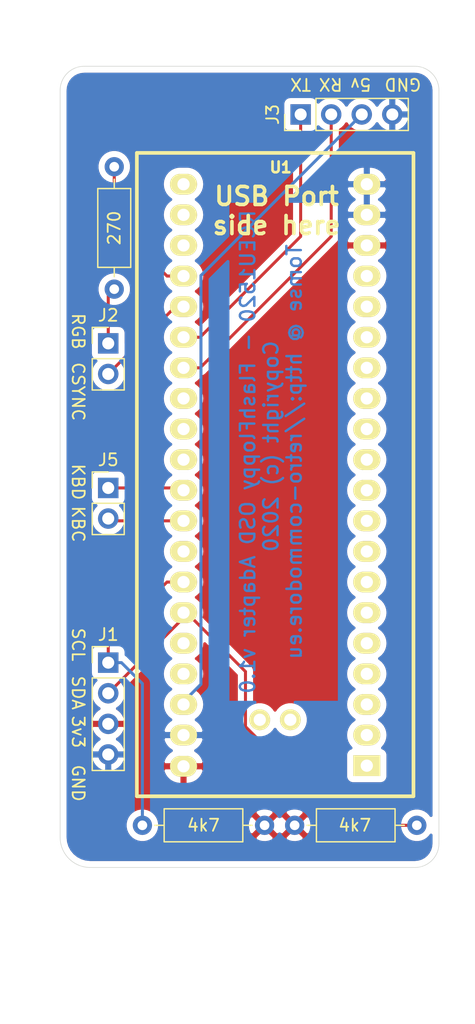
<source format=kicad_pcb>
(kicad_pcb (version 20171130) (host pcbnew "(5.1.5)-3")

  (general
    (thickness 1.6)
    (drawings 22)
    (tracks 43)
    (zones 0)
    (modules 8)
    (nets 41)
  )

  (page A4)
  (title_block
    (title "RCEU1520 - FlashFloppy OSD Adapter")
    (date 2020-04-06)
    (rev 1)
    (comment 3 "by Tomse in 2020")
    (comment 4 http://retro-commodore.eu)
  )

  (layers
    (0 F.Cu signal)
    (31 B.Cu signal)
    (32 B.Adhes user)
    (33 F.Adhes user)
    (34 B.Paste user)
    (35 F.Paste user)
    (36 B.SilkS user)
    (37 F.SilkS user)
    (38 B.Mask user)
    (39 F.Mask user)
    (40 Dwgs.User user)
    (41 Cmts.User user)
    (42 Eco1.User user)
    (43 Eco2.User user)
    (44 Edge.Cuts user)
    (45 Margin user)
    (46 B.CrtYd user)
    (47 F.CrtYd user)
    (48 B.Fab user)
    (49 F.Fab user)
  )

  (setup
    (last_trace_width 0.25)
    (trace_clearance 0.2)
    (zone_clearance 0.508)
    (zone_45_only no)
    (trace_min 0.2)
    (via_size 0.8)
    (via_drill 0.4)
    (via_min_size 0.4)
    (via_min_drill 0.3)
    (uvia_size 0.3)
    (uvia_drill 0.1)
    (uvias_allowed no)
    (uvia_min_size 0.2)
    (uvia_min_drill 0.1)
    (edge_width 0.05)
    (segment_width 0.2)
    (pcb_text_width 0.3)
    (pcb_text_size 1.5 1.5)
    (mod_edge_width 0.12)
    (mod_text_size 1 1)
    (mod_text_width 0.15)
    (pad_size 1.524 1.524)
    (pad_drill 0.762)
    (pad_to_mask_clearance 0.051)
    (solder_mask_min_width 0.25)
    (aux_axis_origin 0 0)
    (visible_elements 7FFFFFFF)
    (pcbplotparams
      (layerselection 0x010fc_ffffffff)
      (usegerberextensions false)
      (usegerberattributes false)
      (usegerberadvancedattributes false)
      (creategerberjobfile false)
      (excludeedgelayer true)
      (linewidth 0.100000)
      (plotframeref false)
      (viasonmask false)
      (mode 1)
      (useauxorigin false)
      (hpglpennumber 1)
      (hpglpenspeed 20)
      (hpglpendiameter 15.000000)
      (psnegative false)
      (psa4output false)
      (plotreference true)
      (plotvalue true)
      (plotinvisibletext false)
      (padsonsilk false)
      (subtractmaskfromsilk false)
      (outputformat 1)
      (mirror false)
      (drillshape 0)
      (scaleselection 1)
      (outputdirectory "RCEU1520-FlashFloppy-OSD-Adapter/"))
  )

  (net 0 "")
  (net 1 GND)
  (net 2 +3V3)
  (net 3 "Net-(R1-Pad2)")
  (net 4 "Net-(U1-Pad42)")
  (net 5 "Net-(U1-Pad41)")
  (net 6 "Net-(U1-Pad37)")
  (net 7 "Net-(U1-Pad36)")
  (net 8 "Net-(U1-Pad33)")
  (net 9 "Net-(U1-Pad30)")
  (net 10 "Net-(U1-Pad29)")
  (net 11 "Net-(U1-Pad28)")
  (net 12 "Net-(U1-Pad23)")
  (net 13 "Net-(U1-Pad22)")
  (net 14 "Net-(U1-Pad21)")
  (net 15 "Net-(U1-Pad17)")
  (net 16 "Net-(U1-Pad16)")
  (net 17 "Net-(U1-Pad15)")
  (net 18 "Net-(U1-Pad14)")
  (net 19 "Net-(U1-Pad13)")
  (net 20 "Net-(U1-Pad12)")
  (net 21 "Net-(U1-Pad11)")
  (net 22 "Net-(U1-Pad10)")
  (net 23 "Net-(U1-Pad9)")
  (net 24 "Net-(U1-Pad8)")
  (net 25 "Net-(U1-Pad7)")
  (net 26 "Net-(U1-Pad6)")
  (net 27 "Net-(U1-Pad5)")
  (net 28 "Net-(U1-Pad4)")
  (net 29 "Net-(U1-Pad3)")
  (net 30 "Net-(U1-Pad2)")
  (net 31 "Net-(U1-Pad1)")
  (net 32 /5v)
  (net 33 /CSYNC)
  (net 34 /RGB)
  (net 35 /RX)
  (net 36 /TX)
  (net 37 /SDA)
  (net 38 /SCL)
  (net 39 /KB_CLOCK)
  (net 40 /KB_DATA)

  (net_class Default "This is the default net class."
    (clearance 0.2)
    (trace_width 0.25)
    (via_dia 0.8)
    (via_drill 0.4)
    (uvia_dia 0.3)
    (uvia_drill 0.1)
    (add_net +3V3)
    (add_net /5v)
    (add_net /CSYNC)
    (add_net /KB_CLOCK)
    (add_net /KB_DATA)
    (add_net /RGB)
    (add_net /RX)
    (add_net /SCL)
    (add_net /SDA)
    (add_net /TX)
    (add_net GND)
    (add_net "Net-(R1-Pad2)")
    (add_net "Net-(U1-Pad1)")
    (add_net "Net-(U1-Pad10)")
    (add_net "Net-(U1-Pad11)")
    (add_net "Net-(U1-Pad12)")
    (add_net "Net-(U1-Pad13)")
    (add_net "Net-(U1-Pad14)")
    (add_net "Net-(U1-Pad15)")
    (add_net "Net-(U1-Pad16)")
    (add_net "Net-(U1-Pad17)")
    (add_net "Net-(U1-Pad2)")
    (add_net "Net-(U1-Pad21)")
    (add_net "Net-(U1-Pad22)")
    (add_net "Net-(U1-Pad23)")
    (add_net "Net-(U1-Pad28)")
    (add_net "Net-(U1-Pad29)")
    (add_net "Net-(U1-Pad3)")
    (add_net "Net-(U1-Pad30)")
    (add_net "Net-(U1-Pad33)")
    (add_net "Net-(U1-Pad36)")
    (add_net "Net-(U1-Pad37)")
    (add_net "Net-(U1-Pad4)")
    (add_net "Net-(U1-Pad41)")
    (add_net "Net-(U1-Pad42)")
    (add_net "Net-(U1-Pad5)")
    (add_net "Net-(U1-Pad6)")
    (add_net "Net-(U1-Pad7)")
    (add_net "Net-(U1-Pad8)")
    (add_net "Net-(U1-Pad9)")
  )

  (module Connector_PinHeader_2.54mm:PinHeader_1x04_P2.54mm_Vertical (layer F.Cu) (tedit 59FED5CC) (tstamp 5E7115E7)
    (at 89 108)
    (descr "Through hole straight pin header, 1x04, 2.54mm pitch, single row")
    (tags "Through hole pin header THT 1x04 2.54mm single row")
    (path /5E757DF4)
    (fp_text reference J1 (at 0 -2.33) (layer F.SilkS)
      (effects (font (size 1 1) (thickness 0.15)))
    )
    (fp_text value GOTEK (at 3 4 90) (layer F.Fab)
      (effects (font (size 1 1) (thickness 0.15)))
    )
    (fp_text user %R (at 0 3.81 90) (layer F.Fab)
      (effects (font (size 1 1) (thickness 0.15)))
    )
    (fp_line (start 1.8 -1.8) (end -1.8 -1.8) (layer F.CrtYd) (width 0.05))
    (fp_line (start 1.8 9.4) (end 1.8 -1.8) (layer F.CrtYd) (width 0.05))
    (fp_line (start -1.8 9.4) (end 1.8 9.4) (layer F.CrtYd) (width 0.05))
    (fp_line (start -1.8 -1.8) (end -1.8 9.4) (layer F.CrtYd) (width 0.05))
    (fp_line (start -1.33 -1.33) (end 0 -1.33) (layer F.SilkS) (width 0.12))
    (fp_line (start -1.33 0) (end -1.33 -1.33) (layer F.SilkS) (width 0.12))
    (fp_line (start -1.33 1.27) (end 1.33 1.27) (layer F.SilkS) (width 0.12))
    (fp_line (start 1.33 1.27) (end 1.33 8.95) (layer F.SilkS) (width 0.12))
    (fp_line (start -1.33 1.27) (end -1.33 8.95) (layer F.SilkS) (width 0.12))
    (fp_line (start -1.33 8.95) (end 1.33 8.95) (layer F.SilkS) (width 0.12))
    (fp_line (start -1.27 -0.635) (end -0.635 -1.27) (layer F.Fab) (width 0.1))
    (fp_line (start -1.27 8.89) (end -1.27 -0.635) (layer F.Fab) (width 0.1))
    (fp_line (start 1.27 8.89) (end -1.27 8.89) (layer F.Fab) (width 0.1))
    (fp_line (start 1.27 -1.27) (end 1.27 8.89) (layer F.Fab) (width 0.1))
    (fp_line (start -0.635 -1.27) (end 1.27 -1.27) (layer F.Fab) (width 0.1))
    (pad 4 thru_hole oval (at 0 7.62) (size 1.7 1.7) (drill 1) (layers *.Cu *.Mask)
      (net 1 GND))
    (pad 3 thru_hole oval (at 0 5.08) (size 1.7 1.7) (drill 1) (layers *.Cu *.Mask)
      (net 2 +3V3))
    (pad 2 thru_hole oval (at 0 2.54) (size 1.7 1.7) (drill 1) (layers *.Cu *.Mask)
      (net 37 /SDA))
    (pad 1 thru_hole rect (at 0 0) (size 1.7 1.7) (drill 1) (layers *.Cu *.Mask)
      (net 38 /SCL))
    (model ${KISYS3DMOD}/Connector_PinHeader_2.54mm.3dshapes/PinHeader_1x04_P2.54mm_Vertical.wrl
      (at (xyz 0 0 0))
      (scale (xyz 1 1 1))
      (rotate (xyz 0 0 0))
    )
  )

  (module Connector_PinHeader_2.54mm:PinHeader_1x02_P2.54mm_Vertical (layer F.Cu) (tedit 59FED5CC) (tstamp 5E711AC0)
    (at 89 81.5)
    (descr "Through hole straight pin header, 1x02, 2.54mm pitch, single row")
    (tags "Through hole pin header THT 1x02 2.54mm single row")
    (path /5E701E2B)
    (fp_text reference J2 (at 0 -2.33) (layer F.SilkS)
      (effects (font (size 1 1) (thickness 0.15)))
    )
    (fp_text value Amiga_Video (at 2.5 1 270) (layer F.Fab)
      (effects (font (size 1 1) (thickness 0.15)))
    )
    (fp_text user %R (at 0 1.27 90) (layer F.Fab)
      (effects (font (size 1 1) (thickness 0.15)))
    )
    (fp_line (start 1.8 -1.8) (end -1.8 -1.8) (layer F.CrtYd) (width 0.05))
    (fp_line (start 1.8 4.35) (end 1.8 -1.8) (layer F.CrtYd) (width 0.05))
    (fp_line (start -1.8 4.35) (end 1.8 4.35) (layer F.CrtYd) (width 0.05))
    (fp_line (start -1.8 -1.8) (end -1.8 4.35) (layer F.CrtYd) (width 0.05))
    (fp_line (start -1.33 -1.33) (end 0 -1.33) (layer F.SilkS) (width 0.12))
    (fp_line (start -1.33 0) (end -1.33 -1.33) (layer F.SilkS) (width 0.12))
    (fp_line (start -1.33 1.27) (end 1.33 1.27) (layer F.SilkS) (width 0.12))
    (fp_line (start 1.33 1.27) (end 1.33 3.87) (layer F.SilkS) (width 0.12))
    (fp_line (start -1.33 1.27) (end -1.33 3.87) (layer F.SilkS) (width 0.12))
    (fp_line (start -1.33 3.87) (end 1.33 3.87) (layer F.SilkS) (width 0.12))
    (fp_line (start -1.27 -0.635) (end -0.635 -1.27) (layer F.Fab) (width 0.1))
    (fp_line (start -1.27 3.81) (end -1.27 -0.635) (layer F.Fab) (width 0.1))
    (fp_line (start 1.27 3.81) (end -1.27 3.81) (layer F.Fab) (width 0.1))
    (fp_line (start 1.27 -1.27) (end 1.27 3.81) (layer F.Fab) (width 0.1))
    (fp_line (start -0.635 -1.27) (end 1.27 -1.27) (layer F.Fab) (width 0.1))
    (pad 2 thru_hole oval (at 0 2.54) (size 1.7 1.7) (drill 1) (layers *.Cu *.Mask)
      (net 33 /CSYNC))
    (pad 1 thru_hole rect (at 0 0) (size 1.7 1.7) (drill 1) (layers *.Cu *.Mask)
      (net 34 /RGB))
    (model ${KISYS3DMOD}/Connector_PinHeader_2.54mm.3dshapes/PinHeader_1x02_P2.54mm_Vertical.wrl
      (at (xyz 0 0 0))
      (scale (xyz 1 1 1))
      (rotate (xyz 0 0 0))
    )
  )

  (module Bluepill:BluePill_STM32F103C (layer F.Cu) (tedit 59B4EF3F) (tstamp 5E70F797)
    (at 110.5 116.5 180)
    (descr "STM32F103C8 BluePill board")
    (path /5E6FEBB9)
    (fp_text reference U1 (at 7.1628 49.6062 180) (layer F.SilkS)
      (effects (font (size 0.889 0.889) (thickness 0.3048)))
    )
    (fp_text value BluePill_STM32F103C (at 7.9756 23.7998) (layer F.SilkS) hide
      (effects (font (size 0.889 0.889) (thickness 0.22225)))
    )
    (fp_line (start -3.88 -2.59) (end 19.12 -2.59) (layer F.SilkS) (width 0.3048))
    (fp_line (start -3.88 50.81) (end -3.88 -2.59) (layer F.SilkS) (width 0.3048))
    (fp_line (start 19.12 50.81) (end -3.88 50.81) (layer F.SilkS) (width 0.3048))
    (fp_line (start 19.12 -2.59) (end 19.12 50.81) (layer F.SilkS) (width 0.3048))
    (pad 42 thru_hole oval (at 6.36 3.7592 270) (size 1.7272 1.7272) (drill 1.016) (layers *.Cu *.Mask F.SilkS)
      (net 4 "Net-(U1-Pad42)"))
    (pad 41 thru_hole oval (at 8.9 3.7592 270) (size 1.7272 1.7272) (drill 1.016) (layers *.Cu *.Mask F.SilkS)
      (net 5 "Net-(U1-Pad41)"))
    (pad 40 thru_hole oval (at 15.24 -0.1016 270) (size 1.7272 2.25) (drill 1.016) (layers *.Cu *.Mask F.SilkS)
      (net 2 +3V3))
    (pad 39 thru_hole oval (at 15.24 2.4892 270) (size 1.7272 2.25) (drill 1.016) (layers *.Cu *.Mask F.SilkS)
      (net 1 GND))
    (pad 38 thru_hole oval (at 15.24 5.0292 270) (size 1.7272 2.25) (drill 1.016) (layers *.Cu *.Mask F.SilkS)
      (net 32 /5v))
    (pad 37 thru_hole oval (at 15.24 7.5692 270) (size 1.7272 2.25) (drill 1.016) (layers *.Cu *.Mask F.SilkS)
      (net 6 "Net-(U1-Pad37)"))
    (pad 36 thru_hole oval (at 15.24 10.1092 270) (size 1.7272 2.25) (drill 1.016) (layers *.Cu *.Mask F.SilkS)
      (net 7 "Net-(U1-Pad36)"))
    (pad 35 thru_hole oval (at 15.24 12.6492 270) (size 1.7272 2.25) (drill 1.016) (layers *.Cu *.Mask F.SilkS)
      (net 37 /SDA))
    (pad 34 thru_hole oval (at 15.24 15.1892 270) (size 1.7272 2.25) (drill 1.016) (layers *.Cu *.Mask F.SilkS)
      (net 38 /SCL))
    (pad 33 thru_hole oval (at 15.24 17.7292 270) (size 1.7272 2.25) (drill 1.016) (layers *.Cu *.Mask F.SilkS)
      (net 8 "Net-(U1-Pad33)"))
    (pad 32 thru_hole oval (at 15.24 20.2692 270) (size 1.7272 2.25) (drill 1.016) (layers *.Cu *.Mask F.SilkS)
      (net 39 /KB_CLOCK))
    (pad 31 thru_hole oval (at 15.24 22.8092 270) (size 1.7272 2.25) (drill 1.016) (layers *.Cu *.Mask F.SilkS)
      (net 40 /KB_DATA))
    (pad 30 thru_hole oval (at 15.24 25.3492 270) (size 1.7272 2.25) (drill 1.016) (layers *.Cu *.Mask F.SilkS)
      (net 9 "Net-(U1-Pad30)"))
    (pad 29 thru_hole oval (at 15.24 27.8892 270) (size 1.7272 2.25) (drill 1.016) (layers *.Cu *.Mask F.SilkS)
      (net 10 "Net-(U1-Pad29)"))
    (pad 28 thru_hole oval (at 15.24 30.4292 270) (size 1.7272 2.25) (drill 1.016) (layers *.Cu *.Mask F.SilkS)
      (net 11 "Net-(U1-Pad28)"))
    (pad 27 thru_hole oval (at 15.24 32.9692 270) (size 1.7272 2.25) (drill 1.016) (layers *.Cu *.Mask F.SilkS)
      (net 35 /RX))
    (pad 26 thru_hole oval (at 15.24 35.5092 270) (size 1.7272 2.25) (drill 1.016) (layers *.Cu *.Mask F.SilkS)
      (net 36 /TX))
    (pad 25 thru_hole oval (at 15.24 38.0492 270) (size 1.7272 2.25) (drill 1.016) (layers *.Cu *.Mask F.SilkS)
      (net 33 /CSYNC))
    (pad 24 thru_hole oval (at 15.24 40.5892 270) (size 1.7272 2.25) (drill 1.016) (layers *.Cu *.Mask F.SilkS)
      (net 3 "Net-(R1-Pad2)"))
    (pad 23 thru_hole oval (at 15.24 43.1292 270) (size 1.7272 2.25) (drill 1.016) (layers *.Cu *.Mask F.SilkS)
      (net 12 "Net-(U1-Pad23)"))
    (pad 22 thru_hole oval (at 15.24 45.6692 270) (size 1.7272 2.25) (drill 1.016) (layers *.Cu *.Mask F.SilkS)
      (net 13 "Net-(U1-Pad22)"))
    (pad 21 thru_hole oval (at 15.24 48.2092 270) (size 1.7272 2.25) (drill 1.016) (layers *.Cu *.Mask F.SilkS)
      (net 14 "Net-(U1-Pad21)"))
    (pad 20 thru_hole oval (at 0 48.2092 90) (size 1.7272 2.25) (drill 1.016) (layers *.Cu *.Mask F.SilkS)
      (net 1 GND))
    (pad 19 thru_hole oval (at 0 45.6692 90) (size 1.7272 2.25) (drill 1.016) (layers *.Cu *.Mask F.SilkS)
      (net 1 GND))
    (pad 18 thru_hole oval (at 0 43.1292 90) (size 1.7272 2.25) (drill 1.016) (layers *.Cu *.Mask F.SilkS)
      (net 2 +3V3))
    (pad 17 thru_hole oval (at 0 40.5892 90) (size 1.7272 2.25) (drill 1.016) (layers *.Cu *.Mask F.SilkS)
      (net 15 "Net-(U1-Pad17)"))
    (pad 16 thru_hole oval (at 0 38.0492 90) (size 1.7272 2.25) (drill 1.016) (layers *.Cu *.Mask F.SilkS)
      (net 16 "Net-(U1-Pad16)"))
    (pad 15 thru_hole oval (at 0 35.5092 90) (size 1.7272 2.25) (drill 1.016) (layers *.Cu *.Mask F.SilkS)
      (net 17 "Net-(U1-Pad15)"))
    (pad 14 thru_hole oval (at 0 32.9692 90) (size 1.7272 2.25) (drill 1.016) (layers *.Cu *.Mask F.SilkS)
      (net 18 "Net-(U1-Pad14)"))
    (pad 13 thru_hole oval (at 0 30.4292 90) (size 1.7272 2.25) (drill 1.016) (layers *.Cu *.Mask F.SilkS)
      (net 19 "Net-(U1-Pad13)"))
    (pad 12 thru_hole oval (at 0 27.8892 90) (size 1.7272 2.25) (drill 1.016) (layers *.Cu *.Mask F.SilkS)
      (net 20 "Net-(U1-Pad12)"))
    (pad 11 thru_hole oval (at 0 25.3492 90) (size 1.7272 2.25) (drill 1.016) (layers *.Cu *.Mask F.SilkS)
      (net 21 "Net-(U1-Pad11)"))
    (pad 10 thru_hole oval (at 0 22.8092 90) (size 1.7272 2.25) (drill 1.016) (layers *.Cu *.Mask F.SilkS)
      (net 22 "Net-(U1-Pad10)"))
    (pad 9 thru_hole oval (at 0 20.2692 90) (size 1.7272 2.25) (drill 1.016) (layers *.Cu *.Mask F.SilkS)
      (net 23 "Net-(U1-Pad9)"))
    (pad 8 thru_hole oval (at 0 17.7292 90) (size 1.7272 2.25) (drill 1.016) (layers *.Cu *.Mask F.SilkS)
      (net 24 "Net-(U1-Pad8)"))
    (pad 7 thru_hole oval (at 0 15.1892 90) (size 1.7272 2.25) (drill 1.016) (layers *.Cu *.Mask F.SilkS)
      (net 25 "Net-(U1-Pad7)"))
    (pad 6 thru_hole oval (at 0 12.6492 90) (size 1.7272 2.25) (drill 1.016) (layers *.Cu *.Mask F.SilkS)
      (net 26 "Net-(U1-Pad6)"))
    (pad 5 thru_hole oval (at 0 10.1092 90) (size 1.7272 2.25) (drill 1.016) (layers *.Cu *.Mask F.SilkS)
      (net 27 "Net-(U1-Pad5)"))
    (pad 4 thru_hole oval (at 0 7.5692 90) (size 1.7272 2.25) (drill 1.016) (layers *.Cu *.Mask F.SilkS)
      (net 28 "Net-(U1-Pad4)"))
    (pad 3 thru_hole oval (at 0 5.0292 90) (size 1.7272 2.25) (drill 1.016) (layers *.Cu *.Mask F.SilkS)
      (net 29 "Net-(U1-Pad3)"))
    (pad 2 thru_hole oval (at 0 2.4892 90) (size 1.7272 2.25) (drill 1.016) (layers *.Cu *.Mask F.SilkS)
      (net 30 "Net-(U1-Pad2)"))
    (pad 1 thru_hole rect (at 0 -0.0508 90) (size 1.7272 2.25) (drill 1.016) (layers *.Cu *.Mask F.SilkS)
      (net 31 "Net-(U1-Pad1)"))
  )

  (module Resistor_THT:R_Axial_DIN0207_L6.3mm_D2.5mm_P10.16mm_Horizontal (layer F.Cu) (tedit 5AE5139B) (tstamp 5E70FBF3)
    (at 102 121.5 180)
    (descr "Resistor, Axial_DIN0207 series, Axial, Horizontal, pin pitch=10.16mm, 0.25W = 1/4W, length*diameter=6.3*2.5mm^2, http://cdn-reichelt.de/documents/datenblatt/B400/1_4W%23YAG.pdf")
    (tags "Resistor Axial_DIN0207 series Axial Horizontal pin pitch 10.16mm 0.25W = 1/4W length 6.3mm diameter 2.5mm")
    (path /5E71058E)
    (fp_text reference R3 (at 5.08 2.5) (layer F.SilkS) hide
      (effects (font (size 1 1) (thickness 0.15)))
    )
    (fp_text value 4k7 (at 5.08 0) (layer F.SilkS)
      (effects (font (size 1 1) (thickness 0.15)))
    )
    (fp_text user %R (at 5.08 0) (layer F.Fab)
      (effects (font (size 1 1) (thickness 0.15)))
    )
    (fp_line (start 11.21 -1.5) (end -1.05 -1.5) (layer F.CrtYd) (width 0.05))
    (fp_line (start 11.21 1.5) (end 11.21 -1.5) (layer F.CrtYd) (width 0.05))
    (fp_line (start -1.05 1.5) (end 11.21 1.5) (layer F.CrtYd) (width 0.05))
    (fp_line (start -1.05 -1.5) (end -1.05 1.5) (layer F.CrtYd) (width 0.05))
    (fp_line (start 9.12 0) (end 8.35 0) (layer F.SilkS) (width 0.12))
    (fp_line (start 1.04 0) (end 1.81 0) (layer F.SilkS) (width 0.12))
    (fp_line (start 8.35 -1.37) (end 1.81 -1.37) (layer F.SilkS) (width 0.12))
    (fp_line (start 8.35 1.37) (end 8.35 -1.37) (layer F.SilkS) (width 0.12))
    (fp_line (start 1.81 1.37) (end 8.35 1.37) (layer F.SilkS) (width 0.12))
    (fp_line (start 1.81 -1.37) (end 1.81 1.37) (layer F.SilkS) (width 0.12))
    (fp_line (start 10.16 0) (end 8.23 0) (layer F.Fab) (width 0.1))
    (fp_line (start 0 0) (end 1.93 0) (layer F.Fab) (width 0.1))
    (fp_line (start 8.23 -1.25) (end 1.93 -1.25) (layer F.Fab) (width 0.1))
    (fp_line (start 8.23 1.25) (end 8.23 -1.25) (layer F.Fab) (width 0.1))
    (fp_line (start 1.93 1.25) (end 8.23 1.25) (layer F.Fab) (width 0.1))
    (fp_line (start 1.93 -1.25) (end 1.93 1.25) (layer F.Fab) (width 0.1))
    (pad 2 thru_hole oval (at 10.16 0 180) (size 1.6 1.6) (drill 0.8) (layers *.Cu *.Mask)
      (net 38 /SCL))
    (pad 1 thru_hole circle (at 0 0 180) (size 1.6 1.6) (drill 0.8) (layers *.Cu *.Mask)
      (net 2 +3V3))
    (model ${KISYS3DMOD}/Resistor_THT.3dshapes/R_Axial_DIN0207_L6.3mm_D2.5mm_P10.16mm_Horizontal.wrl
      (at (xyz 0 0 0))
      (scale (xyz 1 1 1))
      (rotate (xyz 0 0 0))
    )
  )

  (module Resistor_THT:R_Axial_DIN0207_L6.3mm_D2.5mm_P10.16mm_Horizontal (layer F.Cu) (tedit 5AE5139B) (tstamp 5E70FBB1)
    (at 104.5 121.5)
    (descr "Resistor, Axial_DIN0207 series, Axial, Horizontal, pin pitch=10.16mm, 0.25W = 1/4W, length*diameter=6.3*2.5mm^2, http://cdn-reichelt.de/documents/datenblatt/B400/1_4W%23YAG.pdf")
    (tags "Resistor Axial_DIN0207 series Axial Horizontal pin pitch 10.16mm 0.25W = 1/4W length 6.3mm diameter 2.5mm")
    (path /5E70F1AB)
    (fp_text reference R2 (at 5.08 -2.37) (layer F.SilkS) hide
      (effects (font (size 1 1) (thickness 0.15)))
    )
    (fp_text value 4k7 (at 5 0) (layer F.SilkS)
      (effects (font (size 1 1) (thickness 0.15)))
    )
    (fp_text user %R (at 5.08 0) (layer F.Fab)
      (effects (font (size 1 1) (thickness 0.15)))
    )
    (fp_line (start 11.21 -1.5) (end -1.05 -1.5) (layer F.CrtYd) (width 0.05))
    (fp_line (start 11.21 1.5) (end 11.21 -1.5) (layer F.CrtYd) (width 0.05))
    (fp_line (start -1.05 1.5) (end 11.21 1.5) (layer F.CrtYd) (width 0.05))
    (fp_line (start -1.05 -1.5) (end -1.05 1.5) (layer F.CrtYd) (width 0.05))
    (fp_line (start 9.12 0) (end 8.35 0) (layer F.SilkS) (width 0.12))
    (fp_line (start 1.04 0) (end 1.81 0) (layer F.SilkS) (width 0.12))
    (fp_line (start 8.35 -1.37) (end 1.81 -1.37) (layer F.SilkS) (width 0.12))
    (fp_line (start 8.35 1.37) (end 8.35 -1.37) (layer F.SilkS) (width 0.12))
    (fp_line (start 1.81 1.37) (end 8.35 1.37) (layer F.SilkS) (width 0.12))
    (fp_line (start 1.81 -1.37) (end 1.81 1.37) (layer F.SilkS) (width 0.12))
    (fp_line (start 10.16 0) (end 8.23 0) (layer F.Fab) (width 0.1))
    (fp_line (start 0 0) (end 1.93 0) (layer F.Fab) (width 0.1))
    (fp_line (start 8.23 -1.25) (end 1.93 -1.25) (layer F.Fab) (width 0.1))
    (fp_line (start 8.23 1.25) (end 8.23 -1.25) (layer F.Fab) (width 0.1))
    (fp_line (start 1.93 1.25) (end 8.23 1.25) (layer F.Fab) (width 0.1))
    (fp_line (start 1.93 -1.25) (end 1.93 1.25) (layer F.Fab) (width 0.1))
    (pad 2 thru_hole oval (at 10.16 0) (size 1.6 1.6) (drill 0.8) (layers *.Cu *.Mask)
      (net 37 /SDA))
    (pad 1 thru_hole circle (at 0 0) (size 1.6 1.6) (drill 0.8) (layers *.Cu *.Mask)
      (net 2 +3V3))
    (model ${KISYS3DMOD}/Resistor_THT.3dshapes/R_Axial_DIN0207_L6.3mm_D2.5mm_P10.16mm_Horizontal.wrl
      (at (xyz 0 0 0))
      (scale (xyz 1 1 1))
      (rotate (xyz 0 0 0))
    )
  )

  (module Resistor_THT:R_Axial_DIN0207_L6.3mm_D2.5mm_P10.16mm_Horizontal (layer F.Cu) (tedit 5AE5139B) (tstamp 5E70FDC5)
    (at 89.5 77 90)
    (descr "Resistor, Axial_DIN0207 series, Axial, Horizontal, pin pitch=10.16mm, 0.25W = 1/4W, length*diameter=6.3*2.5mm^2, http://cdn-reichelt.de/documents/datenblatt/B400/1_4W%23YAG.pdf")
    (tags "Resistor Axial_DIN0207 series Axial Horizontal pin pitch 10.16mm 0.25W = 1/4W length 6.3mm diameter 2.5mm")
    (path /5E716E5C)
    (fp_text reference R1 (at 5.08 -2.37 90) (layer F.SilkS) hide
      (effects (font (size 1 1) (thickness 0.15)))
    )
    (fp_text value 270 (at 5.08 0 90) (layer F.SilkS)
      (effects (font (size 1 1) (thickness 0.15)))
    )
    (fp_text user %R (at 5.08 0 90) (layer F.Fab)
      (effects (font (size 1 1) (thickness 0.15)))
    )
    (fp_line (start 11.21 -1.5) (end -1.05 -1.5) (layer F.CrtYd) (width 0.05))
    (fp_line (start 11.21 1.5) (end 11.21 -1.5) (layer F.CrtYd) (width 0.05))
    (fp_line (start -1.05 1.5) (end 11.21 1.5) (layer F.CrtYd) (width 0.05))
    (fp_line (start -1.05 -1.5) (end -1.05 1.5) (layer F.CrtYd) (width 0.05))
    (fp_line (start 9.12 0) (end 8.35 0) (layer F.SilkS) (width 0.12))
    (fp_line (start 1.04 0) (end 1.81 0) (layer F.SilkS) (width 0.12))
    (fp_line (start 8.35 -1.37) (end 1.81 -1.37) (layer F.SilkS) (width 0.12))
    (fp_line (start 8.35 1.37) (end 8.35 -1.37) (layer F.SilkS) (width 0.12))
    (fp_line (start 1.81 1.37) (end 8.35 1.37) (layer F.SilkS) (width 0.12))
    (fp_line (start 1.81 -1.37) (end 1.81 1.37) (layer F.SilkS) (width 0.12))
    (fp_line (start 10.16 0) (end 8.23 0) (layer F.Fab) (width 0.1))
    (fp_line (start 0 0) (end 1.93 0) (layer F.Fab) (width 0.1))
    (fp_line (start 8.23 -1.25) (end 1.93 -1.25) (layer F.Fab) (width 0.1))
    (fp_line (start 8.23 1.25) (end 8.23 -1.25) (layer F.Fab) (width 0.1))
    (fp_line (start 1.93 1.25) (end 8.23 1.25) (layer F.Fab) (width 0.1))
    (fp_line (start 1.93 -1.25) (end 1.93 1.25) (layer F.Fab) (width 0.1))
    (pad 2 thru_hole oval (at 10.16 0 90) (size 1.6 1.6) (drill 0.8) (layers *.Cu *.Mask)
      (net 3 "Net-(R1-Pad2)"))
    (pad 1 thru_hole circle (at 0 0 90) (size 1.6 1.6) (drill 0.8) (layers *.Cu *.Mask)
      (net 34 /RGB))
    (model ${KISYS3DMOD}/Resistor_THT.3dshapes/R_Axial_DIN0207_L6.3mm_D2.5mm_P10.16mm_Horizontal.wrl
      (at (xyz 0 0 0))
      (scale (xyz 1 1 1))
      (rotate (xyz 0 0 0))
    )
  )

  (module Connector_PinHeader_2.54mm:PinHeader_1x02_P2.54mm_Vertical (layer F.Cu) (tedit 59FED5CC) (tstamp 5E70E994)
    (at 89 93.5)
    (descr "Through hole straight pin header, 1x02, 2.54mm pitch, single row")
    (tags "Through hole pin header THT 1x02 2.54mm single row")
    (path /5E701252)
    (fp_text reference J5 (at 0 -2.33) (layer F.SilkS)
      (effects (font (size 1 1) (thickness 0.15)))
    )
    (fp_text value Amiga_Keyboard (at 3 1 90) (layer F.Fab)
      (effects (font (size 1 1) (thickness 0.15)))
    )
    (fp_text user %R (at 0 1.27 90) (layer F.Fab)
      (effects (font (size 1 1) (thickness 0.15)))
    )
    (fp_line (start 1.8 -1.8) (end -1.8 -1.8) (layer F.CrtYd) (width 0.05))
    (fp_line (start 1.8 4.35) (end 1.8 -1.8) (layer F.CrtYd) (width 0.05))
    (fp_line (start -1.8 4.35) (end 1.8 4.35) (layer F.CrtYd) (width 0.05))
    (fp_line (start -1.8 -1.8) (end -1.8 4.35) (layer F.CrtYd) (width 0.05))
    (fp_line (start -1.33 -1.33) (end 0 -1.33) (layer F.SilkS) (width 0.12))
    (fp_line (start -1.33 0) (end -1.33 -1.33) (layer F.SilkS) (width 0.12))
    (fp_line (start -1.33 1.27) (end 1.33 1.27) (layer F.SilkS) (width 0.12))
    (fp_line (start 1.33 1.27) (end 1.33 3.87) (layer F.SilkS) (width 0.12))
    (fp_line (start -1.33 1.27) (end -1.33 3.87) (layer F.SilkS) (width 0.12))
    (fp_line (start -1.33 3.87) (end 1.33 3.87) (layer F.SilkS) (width 0.12))
    (fp_line (start -1.27 -0.635) (end -0.635 -1.27) (layer F.Fab) (width 0.1))
    (fp_line (start -1.27 3.81) (end -1.27 -0.635) (layer F.Fab) (width 0.1))
    (fp_line (start 1.27 3.81) (end -1.27 3.81) (layer F.Fab) (width 0.1))
    (fp_line (start 1.27 -1.27) (end 1.27 3.81) (layer F.Fab) (width 0.1))
    (fp_line (start -0.635 -1.27) (end 1.27 -1.27) (layer F.Fab) (width 0.1))
    (pad 2 thru_hole oval (at 0 2.54) (size 1.7 1.7) (drill 1) (layers *.Cu *.Mask)
      (net 39 /KB_CLOCK))
    (pad 1 thru_hole rect (at 0 0) (size 1.7 1.7) (drill 1) (layers *.Cu *.Mask)
      (net 40 /KB_DATA))
    (model ${KISYS3DMOD}/Connector_PinHeader_2.54mm.3dshapes/PinHeader_1x02_P2.54mm_Vertical.wrl
      (at (xyz 0 0 0))
      (scale (xyz 1 1 1))
      (rotate (xyz 0 0 0))
    )
  )

  (module Connector_PinHeader_2.54mm:PinHeader_1x04_P2.54mm_Vertical (layer F.Cu) (tedit 59FED5CC) (tstamp 5E70FCA3)
    (at 105 62.5 90)
    (descr "Through hole straight pin header, 1x04, 2.54mm pitch, single row")
    (tags "Through hole pin header THT 1x04 2.54mm single row")
    (path /5E704EA9)
    (fp_text reference J3 (at 0 -2.33 90) (layer F.SilkS)
      (effects (font (size 1 1) (thickness 0.15)))
    )
    (fp_text value Programming (at -2 4 180) (layer F.Fab)
      (effects (font (size 1 1) (thickness 0.15)))
    )
    (fp_text user %R (at 0 3.81) (layer F.Fab)
      (effects (font (size 1 1) (thickness 0.15)))
    )
    (fp_line (start 1.8 -1.8) (end -1.8 -1.8) (layer F.CrtYd) (width 0.05))
    (fp_line (start 1.8 9.4) (end 1.8 -1.8) (layer F.CrtYd) (width 0.05))
    (fp_line (start -1.8 9.4) (end 1.8 9.4) (layer F.CrtYd) (width 0.05))
    (fp_line (start -1.8 -1.8) (end -1.8 9.4) (layer F.CrtYd) (width 0.05))
    (fp_line (start -1.33 -1.33) (end 0 -1.33) (layer F.SilkS) (width 0.12))
    (fp_line (start -1.33 0) (end -1.33 -1.33) (layer F.SilkS) (width 0.12))
    (fp_line (start -1.33 1.27) (end 1.33 1.27) (layer F.SilkS) (width 0.12))
    (fp_line (start 1.33 1.27) (end 1.33 8.95) (layer F.SilkS) (width 0.12))
    (fp_line (start -1.33 1.27) (end -1.33 8.95) (layer F.SilkS) (width 0.12))
    (fp_line (start -1.33 8.95) (end 1.33 8.95) (layer F.SilkS) (width 0.12))
    (fp_line (start -1.27 -0.635) (end -0.635 -1.27) (layer F.Fab) (width 0.1))
    (fp_line (start -1.27 8.89) (end -1.27 -0.635) (layer F.Fab) (width 0.1))
    (fp_line (start 1.27 8.89) (end -1.27 8.89) (layer F.Fab) (width 0.1))
    (fp_line (start 1.27 -1.27) (end 1.27 8.89) (layer F.Fab) (width 0.1))
    (fp_line (start -0.635 -1.27) (end 1.27 -1.27) (layer F.Fab) (width 0.1))
    (pad 4 thru_hole oval (at 0 7.62 90) (size 1.7 1.7) (drill 1) (layers *.Cu *.Mask)
      (net 1 GND))
    (pad 3 thru_hole oval (at 0 5.08 90) (size 1.7 1.7) (drill 1) (layers *.Cu *.Mask)
      (net 32 /5v))
    (pad 2 thru_hole oval (at 0 2.54 90) (size 1.7 1.7) (drill 1) (layers *.Cu *.Mask)
      (net 35 /RX))
    (pad 1 thru_hole rect (at 0 0 90) (size 1.7 1.7) (drill 1) (layers *.Cu *.Mask)
      (net 36 /TX))
    (model ${KISYS3DMOD}/Connector_PinHeader_2.54mm.3dshapes/PinHeader_1x04_P2.54mm_Vertical.wrl
      (at (xyz 0 0 0))
      (scale (xyz 1 1 1))
      (rotate (xyz 0 0 0))
    )
  )

  (gr_text "USB Port\nside here" (at 103 70.5) (layer F.SilkS)
    (effects (font (size 1.5 1.5) (thickness 0.3)))
  )
  (gr_text "RCEU1520 - FlashFloppy OSD Adapter v1.0\nCopyright (c) 2020 \nTomse @ http://retro-commodore.eu\n\n" (at 103.5 90.5 90) (layer B.Cu)
    (effects (font (size 1.2 1.2) (thickness 0.2)) (justify mirror))
  )
  (gr_arc (start 87 60.5) (end 87 58.5) (angle -90) (layer Edge.Cuts) (width 0.05))
  (gr_arc (start 114.5 60.5) (end 116.5 60.5) (angle -90) (layer Edge.Cuts) (width 0.05))
  (gr_arc (start 114.5 123) (end 114.5 125) (angle -90) (layer Edge.Cuts) (width 0.05))
  (gr_arc (start 87.5 122.5) (end 85 122.5) (angle -90) (layer Edge.Cuts) (width 0.05))
  (gr_line (start 116.5 123) (end 116.5 60.5) (layer Edge.Cuts) (width 0.05) (tstamp 5E711D7F))
  (gr_line (start 87.5 125) (end 114.5 125) (layer Edge.Cuts) (width 0.05))
  (gr_line (start 85 60.5) (end 85 122.5) (layer Edge.Cuts) (width 0.05))
  (gr_line (start 114.5 58.5) (end 87 58.5) (layer Edge.Cuts) (width 0.05))
  (gr_text SDA (at 86.5 110.5 270) (layer F.SilkS)
    (effects (font (size 1 1) (thickness 0.15)))
  )
  (gr_text "SCL\n" (at 86.5 106.5 270) (layer F.SilkS)
    (effects (font (size 1 1) (thickness 0.15)))
  )
  (gr_text "3v3\n" (at 86.5 113.75 270) (layer F.SilkS)
    (effects (font (size 1 1) (thickness 0.15)))
  )
  (gr_text "GND\n" (at 86.5 118 270) (layer F.SilkS)
    (effects (font (size 1 1) (thickness 0.15)))
  )
  (gr_text KBC (at 86.5 96.5 270) (layer F.SilkS)
    (effects (font (size 1 1) (thickness 0.15)))
  )
  (gr_text KBD (at 86.5 93 270) (layer F.SilkS)
    (effects (font (size 1 1) (thickness 0.15)))
  )
  (gr_text RGB (at 86.5 80.5 270) (layer F.SilkS)
    (effects (font (size 1 1) (thickness 0.15)))
  )
  (gr_text CSYNC (at 86.5 85.5 270) (layer F.SilkS)
    (effects (font (size 1 1) (thickness 0.15)))
  )
  (gr_text TX (at 105 60 180) (layer F.SilkS)
    (effects (font (size 1 1) (thickness 0.15)))
  )
  (gr_text RX (at 107.5 60 180) (layer F.SilkS)
    (effects (font (size 1 1) (thickness 0.15)))
  )
  (gr_text 5v (at 110 60 180) (layer F.SilkS)
    (effects (font (size 1 1) (thickness 0.15)))
  )
  (gr_text "GND\n" (at 113.5 60 180) (layer F.SilkS)
    (effects (font (size 1 1) (thickness 0.15)))
  )

  (segment (start 112.62 63.702081) (end 112.62 62.5) (width 0.25) (layer F.Cu) (net 1))
  (segment (start 112.62 67.5458) (end 112.62 63.702081) (width 0.25) (layer F.Cu) (net 1))
  (segment (start 111.875 68.2908) (end 112.62 67.5458) (width 0.25) (layer F.Cu) (net 1))
  (segment (start 110.5 68.2908) (end 111.875 68.2908) (width 0.25) (layer F.Cu) (net 1))
  (segment (start 93.885 75.9108) (end 95.26 75.9108) (width 0.25) (layer F.Cu) (net 3))
  (segment (start 89.5 71.5258) (end 93.885 75.9108) (width 0.25) (layer F.Cu) (net 3))
  (segment (start 89.5 66.84) (end 89.5 71.5258) (width 0.25) (layer F.Cu) (net 3))
  (segment (start 95.26 111.24) (end 95.26 111.4708) (width 0.25) (layer B.Cu) (net 32))
  (segment (start 96.71001 109.78999) (end 95.26 111.24) (width 0.25) (layer B.Cu) (net 32))
  (segment (start 110.08 62.5) (end 96.71001 75.86999) (width 0.25) (layer B.Cu) (net 32))
  (segment (start 96.71001 75.86999) (end 96.71001 109.78999) (width 0.25) (layer B.Cu) (net 32))
  (segment (start 95.0892 78.4508) (end 95.26 78.4508) (width 0.25) (layer F.Cu) (net 33))
  (segment (start 94.5892 78.4508) (end 95.26 78.4508) (width 0.25) (layer F.Cu) (net 33))
  (segment (start 89 84.04) (end 94.5892 78.4508) (width 0.25) (layer F.Cu) (net 33))
  (segment (start 89 77.5) (end 89.5 77) (width 0.25) (layer F.Cu) (net 34))
  (segment (start 89 81.5) (end 89 77.5) (width 0.25) (layer F.Cu) (net 34))
  (segment (start 107.54 63.702081) (end 107.54 62.5) (width 0.25) (layer F.Cu) (net 35))
  (segment (start 107.54 72.6258) (end 107.54 63.702081) (width 0.25) (layer F.Cu) (net 35))
  (segment (start 96.635 83.5308) (end 107.54 72.6258) (width 0.25) (layer F.Cu) (net 35))
  (segment (start 95.26 83.5308) (end 96.635 83.5308) (width 0.25) (layer F.Cu) (net 35))
  (segment (start 105 63.6) (end 105 62.5) (width 0.25) (layer F.Cu) (net 36))
  (segment (start 105 72.6258) (end 105 63.6) (width 0.25) (layer F.Cu) (net 36))
  (segment (start 96.635 80.9908) (end 105 72.6258) (width 0.25) (layer F.Cu) (net 36))
  (segment (start 95.26 80.9908) (end 96.635 80.9908) (width 0.25) (layer F.Cu) (net 36))
  (segment (start 113.52863 121.5) (end 114.66 121.5) (width 0.25) (layer F.Cu) (net 37))
  (segment (start 100.411399 108.740799) (end 100.411399 113.311329) (width 0.25) (layer F.Cu) (net 37))
  (segment (start 108.60007 121.5) (end 113.52863 121.5) (width 0.25) (layer F.Cu) (net 37))
  (segment (start 95.5214 103.8508) (end 100.411399 108.740799) (width 0.25) (layer F.Cu) (net 37))
  (segment (start 100.411399 113.311329) (end 108.60007 121.5) (width 0.25) (layer F.Cu) (net 37))
  (segment (start 95.26 103.8508) (end 95.5214 103.8508) (width 0.25) (layer F.Cu) (net 37))
  (segment (start 95.26 104.28) (end 95.26 103.8508) (width 0.25) (layer F.Cu) (net 37))
  (segment (start 89 110.54) (end 95.26 104.28) (width 0.25) (layer F.Cu) (net 37))
  (segment (start 89 106.1958) (end 93.885 101.3108) (width 0.25) (layer F.Cu) (net 38))
  (segment (start 93.885 101.3108) (end 95.26 101.3108) (width 0.25) (layer F.Cu) (net 38))
  (segment (start 89 108) (end 89 106.1958) (width 0.25) (layer F.Cu) (net 38))
  (segment (start 91.84 109.74) (end 91.84 120.36863) (width 0.25) (layer B.Cu) (net 38))
  (segment (start 91.84 120.36863) (end 91.84 121.5) (width 0.25) (layer B.Cu) (net 38))
  (segment (start 90.1 108) (end 91.84 109.74) (width 0.25) (layer B.Cu) (net 38))
  (segment (start 89 108) (end 90.1 108) (width 0.25) (layer B.Cu) (net 38))
  (segment (start 89.1908 96.2308) (end 89 96.04) (width 0.25) (layer F.Cu) (net 39))
  (segment (start 95.26 96.2308) (end 89.1908 96.2308) (width 0.25) (layer F.Cu) (net 39))
  (segment (start 95.0692 93.5) (end 95.26 93.6908) (width 0.25) (layer F.Cu) (net 40))
  (segment (start 89 93.5) (end 95.0692 93.5) (width 0.25) (layer F.Cu) (net 40))

  (zone (net 1) (net_name GND) (layer B.Cu) (tstamp 5E712655) (hatch edge 0.508)
    (connect_pads (clearance 0.508))
    (min_thickness 0.254)
    (fill yes (arc_segments 32) (thermal_gap 0.508) (thermal_bridge_width 0.508))
    (polygon
      (pts
        (xy 117.5 133.5) (xy 82.5 129) (xy 83 54.5) (xy 117 54.5)
      )
    )
    (filled_polygon
      (pts
        (xy 114.759659 59.188625) (xy 115.009429 59.264035) (xy 115.239792 59.386522) (xy 115.44198 59.551422) (xy 115.608286 59.75245)
        (xy 115.732378 59.981954) (xy 115.809531 60.231195) (xy 115.840001 60.521098) (xy 115.84 120.683064) (xy 115.774637 120.585241)
        (xy 115.574759 120.385363) (xy 115.339727 120.22832) (xy 115.078574 120.120147) (xy 114.801335 120.065) (xy 114.518665 120.065)
        (xy 114.241426 120.120147) (xy 113.980273 120.22832) (xy 113.745241 120.385363) (xy 113.545363 120.585241) (xy 113.38832 120.820273)
        (xy 113.280147 121.081426) (xy 113.225 121.358665) (xy 113.225 121.641335) (xy 113.280147 121.918574) (xy 113.38832 122.179727)
        (xy 113.545363 122.414759) (xy 113.745241 122.614637) (xy 113.980273 122.77168) (xy 114.241426 122.879853) (xy 114.518665 122.935)
        (xy 114.801335 122.935) (xy 115.078574 122.879853) (xy 115.339727 122.77168) (xy 115.574759 122.614637) (xy 115.774637 122.414759)
        (xy 115.84 122.316936) (xy 115.84 122.967721) (xy 115.811375 123.25966) (xy 115.735965 123.509429) (xy 115.613477 123.739794)
        (xy 115.448579 123.941979) (xy 115.247546 124.108288) (xy 115.018046 124.232378) (xy 114.768805 124.309531) (xy 114.478911 124.34)
        (xy 87.532279 124.34) (xy 87.143224 124.301853) (xy 86.800036 124.198238) (xy 86.483511 124.029939) (xy 86.205704 123.803365)
        (xy 85.977195 123.527146) (xy 85.80669 123.211803) (xy 85.700681 122.869344) (xy 85.66 122.482288) (xy 85.66 115.97689)
        (xy 87.558524 115.97689) (xy 87.603175 116.124099) (xy 87.728359 116.38692) (xy 87.902412 116.620269) (xy 88.118645 116.815178)
        (xy 88.368748 116.964157) (xy 88.643109 117.061481) (xy 88.873 116.940814) (xy 88.873 115.747) (xy 89.127 115.747)
        (xy 89.127 116.940814) (xy 89.356891 117.061481) (xy 89.631252 116.964157) (xy 89.881355 116.815178) (xy 90.097588 116.620269)
        (xy 90.271641 116.38692) (xy 90.396825 116.124099) (xy 90.441476 115.97689) (xy 90.320155 115.747) (xy 89.127 115.747)
        (xy 88.873 115.747) (xy 87.679845 115.747) (xy 87.558524 115.97689) (xy 85.66 115.97689) (xy 85.66 107.15)
        (xy 87.511928 107.15) (xy 87.511928 108.85) (xy 87.524188 108.974482) (xy 87.560498 109.09418) (xy 87.619463 109.204494)
        (xy 87.698815 109.301185) (xy 87.795506 109.380537) (xy 87.90582 109.439502) (xy 87.97838 109.461513) (xy 87.846525 109.593368)
        (xy 87.68401 109.836589) (xy 87.572068 110.106842) (xy 87.515 110.39374) (xy 87.515 110.68626) (xy 87.572068 110.973158)
        (xy 87.68401 111.243411) (xy 87.846525 111.486632) (xy 88.053368 111.693475) (xy 88.22776 111.81) (xy 88.053368 111.926525)
        (xy 87.846525 112.133368) (xy 87.68401 112.376589) (xy 87.572068 112.646842) (xy 87.515 112.93374) (xy 87.515 113.22626)
        (xy 87.572068 113.513158) (xy 87.68401 113.783411) (xy 87.846525 114.026632) (xy 88.053368 114.233475) (xy 88.235534 114.355195)
        (xy 88.118645 114.424822) (xy 87.902412 114.619731) (xy 87.728359 114.85308) (xy 87.603175 115.115901) (xy 87.558524 115.26311)
        (xy 87.679845 115.493) (xy 88.873 115.493) (xy 88.873 115.473) (xy 89.127 115.473) (xy 89.127 115.493)
        (xy 90.320155 115.493) (xy 90.441476 115.26311) (xy 90.396825 115.115901) (xy 90.271641 114.85308) (xy 90.097588 114.619731)
        (xy 89.881355 114.424822) (xy 89.764466 114.355195) (xy 89.946632 114.233475) (xy 90.153475 114.026632) (xy 90.31599 113.783411)
        (xy 90.427932 113.513158) (xy 90.485 113.22626) (xy 90.485 112.93374) (xy 90.427932 112.646842) (xy 90.31599 112.376589)
        (xy 90.153475 112.133368) (xy 89.946632 111.926525) (xy 89.77224 111.81) (xy 89.946632 111.693475) (xy 90.153475 111.486632)
        (xy 90.31599 111.243411) (xy 90.427932 110.973158) (xy 90.485 110.68626) (xy 90.485 110.39374) (xy 90.427932 110.106842)
        (xy 90.31599 109.836589) (xy 90.153475 109.593368) (xy 90.02162 109.461513) (xy 90.09418 109.439502) (xy 90.204494 109.380537)
        (xy 90.301185 109.301185) (xy 90.312543 109.287345) (xy 91.08 110.054802) (xy 91.080001 120.281956) (xy 90.925241 120.385363)
        (xy 90.725363 120.585241) (xy 90.56832 120.820273) (xy 90.460147 121.081426) (xy 90.405 121.358665) (xy 90.405 121.641335)
        (xy 90.460147 121.918574) (xy 90.56832 122.179727) (xy 90.725363 122.414759) (xy 90.925241 122.614637) (xy 91.160273 122.77168)
        (xy 91.421426 122.879853) (xy 91.698665 122.935) (xy 91.981335 122.935) (xy 92.258574 122.879853) (xy 92.519727 122.77168)
        (xy 92.754759 122.614637) (xy 92.954637 122.414759) (xy 93.11168 122.179727) (xy 93.219853 121.918574) (xy 93.275 121.641335)
        (xy 93.275 121.358665) (xy 100.565 121.358665) (xy 100.565 121.641335) (xy 100.620147 121.918574) (xy 100.72832 122.179727)
        (xy 100.885363 122.414759) (xy 101.085241 122.614637) (xy 101.320273 122.77168) (xy 101.581426 122.879853) (xy 101.858665 122.935)
        (xy 102.141335 122.935) (xy 102.418574 122.879853) (xy 102.679727 122.77168) (xy 102.914759 122.614637) (xy 103.114637 122.414759)
        (xy 103.25 122.212173) (xy 103.385363 122.414759) (xy 103.585241 122.614637) (xy 103.820273 122.77168) (xy 104.081426 122.879853)
        (xy 104.358665 122.935) (xy 104.641335 122.935) (xy 104.918574 122.879853) (xy 105.179727 122.77168) (xy 105.414759 122.614637)
        (xy 105.614637 122.414759) (xy 105.77168 122.179727) (xy 105.879853 121.918574) (xy 105.935 121.641335) (xy 105.935 121.358665)
        (xy 105.879853 121.081426) (xy 105.77168 120.820273) (xy 105.614637 120.585241) (xy 105.414759 120.385363) (xy 105.179727 120.22832)
        (xy 104.918574 120.120147) (xy 104.641335 120.065) (xy 104.358665 120.065) (xy 104.081426 120.120147) (xy 103.820273 120.22832)
        (xy 103.585241 120.385363) (xy 103.385363 120.585241) (xy 103.25 120.787827) (xy 103.114637 120.585241) (xy 102.914759 120.385363)
        (xy 102.679727 120.22832) (xy 102.418574 120.120147) (xy 102.141335 120.065) (xy 101.858665 120.065) (xy 101.581426 120.120147)
        (xy 101.320273 120.22832) (xy 101.085241 120.385363) (xy 100.885363 120.585241) (xy 100.72832 120.820273) (xy 100.620147 121.081426)
        (xy 100.565 121.358665) (xy 93.275 121.358665) (xy 93.219853 121.081426) (xy 93.11168 120.820273) (xy 92.954637 120.585241)
        (xy 92.754759 120.385363) (xy 92.6 120.281957) (xy 92.6 116.6016) (xy 93.492749 116.6016) (xy 93.521684 116.895377)
        (xy 93.607375 117.177864) (xy 93.746531 117.438206) (xy 93.933803 117.666397) (xy 94.161994 117.853669) (xy 94.422336 117.992825)
        (xy 94.704823 118.078516) (xy 94.924981 118.1002) (xy 95.595019 118.1002) (xy 95.815177 118.078516) (xy 96.097664 117.992825)
        (xy 96.358006 117.853669) (xy 96.586197 117.666397) (xy 96.773469 117.438206) (xy 96.912625 117.177864) (xy 96.998316 116.895377)
        (xy 97.027251 116.6016) (xy 96.998316 116.307823) (xy 96.912625 116.025336) (xy 96.773469 115.764994) (xy 96.586197 115.536803)
        (xy 96.358006 115.349531) (xy 96.275711 115.305543) (xy 96.459574 115.186283) (xy 96.670873 114.980668) (xy 96.837998 114.737781)
        (xy 96.954527 114.466957) (xy 96.976358 114.369826) (xy 96.855217 114.1378) (xy 95.387 114.1378) (xy 95.387 114.1578)
        (xy 95.133 114.1578) (xy 95.133 114.1378) (xy 93.664783 114.1378) (xy 93.543642 114.369826) (xy 93.565473 114.466957)
        (xy 93.682002 114.737781) (xy 93.849127 114.980668) (xy 94.060426 115.186283) (xy 94.244289 115.305543) (xy 94.161994 115.349531)
        (xy 93.933803 115.536803) (xy 93.746531 115.764994) (xy 93.607375 116.025336) (xy 93.521684 116.307823) (xy 93.492749 116.6016)
        (xy 92.6 116.6016) (xy 92.6 109.777333) (xy 92.603677 109.74) (xy 92.589003 109.591014) (xy 92.545546 109.447753)
        (xy 92.474974 109.315724) (xy 92.403799 109.228997) (xy 92.380001 109.199999) (xy 92.351004 109.176202) (xy 90.663804 107.489003)
        (xy 90.640001 107.459999) (xy 90.524276 107.365026) (xy 90.488072 107.345674) (xy 90.488072 107.15) (xy 90.475812 107.025518)
        (xy 90.439502 106.90582) (xy 90.380537 106.795506) (xy 90.301185 106.698815) (xy 90.204494 106.619463) (xy 90.09418 106.560498)
        (xy 89.974482 106.524188) (xy 89.85 106.511928) (xy 88.15 106.511928) (xy 88.025518 106.524188) (xy 87.90582 106.560498)
        (xy 87.795506 106.619463) (xy 87.698815 106.698815) (xy 87.619463 106.795506) (xy 87.560498 106.90582) (xy 87.524188 107.025518)
        (xy 87.511928 107.15) (xy 85.66 107.15) (xy 85.66 92.65) (xy 87.511928 92.65) (xy 87.511928 94.35)
        (xy 87.524188 94.474482) (xy 87.560498 94.59418) (xy 87.619463 94.704494) (xy 87.698815 94.801185) (xy 87.795506 94.880537)
        (xy 87.90582 94.939502) (xy 87.97838 94.961513) (xy 87.846525 95.093368) (xy 87.68401 95.336589) (xy 87.572068 95.606842)
        (xy 87.515 95.89374) (xy 87.515 96.18626) (xy 87.572068 96.473158) (xy 87.68401 96.743411) (xy 87.846525 96.986632)
        (xy 88.053368 97.193475) (xy 88.296589 97.35599) (xy 88.566842 97.467932) (xy 88.85374 97.525) (xy 89.14626 97.525)
        (xy 89.433158 97.467932) (xy 89.703411 97.35599) (xy 89.946632 97.193475) (xy 90.153475 96.986632) (xy 90.31599 96.743411)
        (xy 90.427932 96.473158) (xy 90.485 96.18626) (xy 90.485 95.89374) (xy 90.427932 95.606842) (xy 90.31599 95.336589)
        (xy 90.153475 95.093368) (xy 90.02162 94.961513) (xy 90.09418 94.939502) (xy 90.204494 94.880537) (xy 90.301185 94.801185)
        (xy 90.380537 94.704494) (xy 90.439502 94.59418) (xy 90.475812 94.474482) (xy 90.488072 94.35) (xy 90.488072 92.65)
        (xy 90.475812 92.525518) (xy 90.439502 92.40582) (xy 90.380537 92.295506) (xy 90.301185 92.198815) (xy 90.204494 92.119463)
        (xy 90.09418 92.060498) (xy 89.974482 92.024188) (xy 89.85 92.011928) (xy 88.15 92.011928) (xy 88.025518 92.024188)
        (xy 87.90582 92.060498) (xy 87.795506 92.119463) (xy 87.698815 92.198815) (xy 87.619463 92.295506) (xy 87.560498 92.40582)
        (xy 87.524188 92.525518) (xy 87.511928 92.65) (xy 85.66 92.65) (xy 85.66 80.65) (xy 87.511928 80.65)
        (xy 87.511928 82.35) (xy 87.524188 82.474482) (xy 87.560498 82.59418) (xy 87.619463 82.704494) (xy 87.698815 82.801185)
        (xy 87.795506 82.880537) (xy 87.90582 82.939502) (xy 87.97838 82.961513) (xy 87.846525 83.093368) (xy 87.68401 83.336589)
        (xy 87.572068 83.606842) (xy 87.515 83.89374) (xy 87.515 84.18626) (xy 87.572068 84.473158) (xy 87.68401 84.743411)
        (xy 87.846525 84.986632) (xy 88.053368 85.193475) (xy 88.296589 85.35599) (xy 88.566842 85.467932) (xy 88.85374 85.525)
        (xy 89.14626 85.525) (xy 89.433158 85.467932) (xy 89.703411 85.35599) (xy 89.946632 85.193475) (xy 90.153475 84.986632)
        (xy 90.31599 84.743411) (xy 90.427932 84.473158) (xy 90.485 84.18626) (xy 90.485 83.89374) (xy 90.427932 83.606842)
        (xy 90.31599 83.336589) (xy 90.153475 83.093368) (xy 90.02162 82.961513) (xy 90.09418 82.939502) (xy 90.204494 82.880537)
        (xy 90.301185 82.801185) (xy 90.380537 82.704494) (xy 90.439502 82.59418) (xy 90.475812 82.474482) (xy 90.488072 82.35)
        (xy 90.488072 80.65) (xy 90.475812 80.525518) (xy 90.439502 80.40582) (xy 90.380537 80.295506) (xy 90.301185 80.198815)
        (xy 90.204494 80.119463) (xy 90.09418 80.060498) (xy 89.974482 80.024188) (xy 89.85 80.011928) (xy 88.15 80.011928)
        (xy 88.025518 80.024188) (xy 87.90582 80.060498) (xy 87.795506 80.119463) (xy 87.698815 80.198815) (xy 87.619463 80.295506)
        (xy 87.560498 80.40582) (xy 87.524188 80.525518) (xy 87.511928 80.65) (xy 85.66 80.65) (xy 85.66 76.858665)
        (xy 88.065 76.858665) (xy 88.065 77.141335) (xy 88.120147 77.418574) (xy 88.22832 77.679727) (xy 88.385363 77.914759)
        (xy 88.585241 78.114637) (xy 88.820273 78.27168) (xy 89.081426 78.379853) (xy 89.358665 78.435) (xy 89.641335 78.435)
        (xy 89.918574 78.379853) (xy 90.179727 78.27168) (xy 90.414759 78.114637) (xy 90.614637 77.914759) (xy 90.77168 77.679727)
        (xy 90.879853 77.418574) (xy 90.935 77.141335) (xy 90.935 76.858665) (xy 90.879853 76.581426) (xy 90.77168 76.320273)
        (xy 90.614637 76.085241) (xy 90.414759 75.885363) (xy 90.179727 75.72832) (xy 89.918574 75.620147) (xy 89.641335 75.565)
        (xy 89.358665 75.565) (xy 89.081426 75.620147) (xy 88.820273 75.72832) (xy 88.585241 75.885363) (xy 88.385363 76.085241)
        (xy 88.22832 76.320273) (xy 88.120147 76.581426) (xy 88.065 76.858665) (xy 85.66 76.858665) (xy 85.66 68.2908)
        (xy 93.492749 68.2908) (xy 93.521684 68.584577) (xy 93.607375 68.867064) (xy 93.746531 69.127406) (xy 93.933803 69.355597)
        (xy 94.161994 69.542869) (xy 94.19554 69.5608) (xy 94.161994 69.578731) (xy 93.933803 69.766003) (xy 93.746531 69.994194)
        (xy 93.607375 70.254536) (xy 93.521684 70.537023) (xy 93.492749 70.8308) (xy 93.521684 71.124577) (xy 93.607375 71.407064)
        (xy 93.746531 71.667406) (xy 93.933803 71.895597) (xy 94.161994 72.082869) (xy 94.19554 72.1008) (xy 94.161994 72.118731)
        (xy 93.933803 72.306003) (xy 93.746531 72.534194) (xy 93.607375 72.794536) (xy 93.521684 73.077023) (xy 93.492749 73.3708)
        (xy 93.521684 73.664577) (xy 93.607375 73.947064) (xy 93.746531 74.207406) (xy 93.933803 74.435597) (xy 94.161994 74.622869)
        (xy 94.19554 74.6408) (xy 94.161994 74.658731) (xy 93.933803 74.846003) (xy 93.746531 75.074194) (xy 93.607375 75.334536)
        (xy 93.521684 75.617023) (xy 93.492749 75.9108) (xy 93.521684 76.204577) (xy 93.607375 76.487064) (xy 93.746531 76.747406)
        (xy 93.933803 76.975597) (xy 94.161994 77.162869) (xy 94.19554 77.1808) (xy 94.161994 77.198731) (xy 93.933803 77.386003)
        (xy 93.746531 77.614194) (xy 93.607375 77.874536) (xy 93.521684 78.157023) (xy 93.492749 78.4508) (xy 93.521684 78.744577)
        (xy 93.607375 79.027064) (xy 93.746531 79.287406) (xy 93.933803 79.515597) (xy 94.161994 79.702869) (xy 94.19554 79.7208)
        (xy 94.161994 79.738731) (xy 93.933803 79.926003) (xy 93.746531 80.154194) (xy 93.607375 80.414536) (xy 93.521684 80.697023)
        (xy 93.492749 80.9908) (xy 93.521684 81.284577) (xy 93.607375 81.567064) (xy 93.746531 81.827406) (xy 93.933803 82.055597)
        (xy 94.161994 82.242869) (xy 94.19554 82.2608) (xy 94.161994 82.278731) (xy 93.933803 82.466003) (xy 93.746531 82.694194)
        (xy 93.607375 82.954536) (xy 93.521684 83.237023) (xy 93.492749 83.5308) (xy 93.521684 83.824577) (xy 93.607375 84.107064)
        (xy 93.746531 84.367406) (xy 93.933803 84.595597) (xy 94.161994 84.782869) (xy 94.19554 84.8008) (xy 94.161994 84.818731)
        (xy 93.933803 85.006003) (xy 93.746531 85.234194) (xy 93.607375 85.494536) (xy 93.521684 85.777023) (xy 93.492749 86.0708)
        (xy 93.521684 86.364577) (xy 93.607375 86.647064) (xy 93.746531 86.907406) (xy 93.933803 87.135597) (xy 94.161994 87.322869)
        (xy 94.19554 87.3408) (xy 94.161994 87.358731) (xy 93.933803 87.546003) (xy 93.746531 87.774194) (xy 93.607375 88.034536)
        (xy 93.521684 88.317023) (xy 93.492749 88.6108) (xy 93.521684 88.904577) (xy 93.607375 89.187064) (xy 93.746531 89.447406)
        (xy 93.933803 89.675597) (xy 94.161994 89.862869) (xy 94.19554 89.8808) (xy 94.161994 89.898731) (xy 93.933803 90.086003)
        (xy 93.746531 90.314194) (xy 93.607375 90.574536) (xy 93.521684 90.857023) (xy 93.492749 91.1508) (xy 93.521684 91.444577)
        (xy 93.607375 91.727064) (xy 93.746531 91.987406) (xy 93.933803 92.215597) (xy 94.161994 92.402869) (xy 94.19554 92.4208)
        (xy 94.161994 92.438731) (xy 93.933803 92.626003) (xy 93.746531 92.854194) (xy 93.607375 93.114536) (xy 93.521684 93.397023)
        (xy 93.492749 93.6908) (xy 93.521684 93.984577) (xy 93.607375 94.267064) (xy 93.746531 94.527406) (xy 93.933803 94.755597)
        (xy 94.161994 94.942869) (xy 94.19554 94.9608) (xy 94.161994 94.978731) (xy 93.933803 95.166003) (xy 93.746531 95.394194)
        (xy 93.607375 95.654536) (xy 93.521684 95.937023) (xy 93.492749 96.2308) (xy 93.521684 96.524577) (xy 93.607375 96.807064)
        (xy 93.746531 97.067406) (xy 93.933803 97.295597) (xy 94.161994 97.482869) (xy 94.19554 97.5008) (xy 94.161994 97.518731)
        (xy 93.933803 97.706003) (xy 93.746531 97.934194) (xy 93.607375 98.194536) (xy 93.521684 98.477023) (xy 93.492749 98.7708)
        (xy 93.521684 99.064577) (xy 93.607375 99.347064) (xy 93.746531 99.607406) (xy 93.933803 99.835597) (xy 94.161994 100.022869)
        (xy 94.19554 100.0408) (xy 94.161994 100.058731) (xy 93.933803 100.246003) (xy 93.746531 100.474194) (xy 93.607375 100.734536)
        (xy 93.521684 101.017023) (xy 93.492749 101.3108) (xy 93.521684 101.604577) (xy 93.607375 101.887064) (xy 93.746531 102.147406)
        (xy 93.933803 102.375597) (xy 94.161994 102.562869) (xy 94.19554 102.5808) (xy 94.161994 102.598731) (xy 93.933803 102.786003)
        (xy 93.746531 103.014194) (xy 93.607375 103.274536) (xy 93.521684 103.557023) (xy 93.492749 103.8508) (xy 93.521684 104.144577)
        (xy 93.607375 104.427064) (xy 93.746531 104.687406) (xy 93.933803 104.915597) (xy 94.161994 105.102869) (xy 94.19554 105.1208)
        (xy 94.161994 105.138731) (xy 93.933803 105.326003) (xy 93.746531 105.554194) (xy 93.607375 105.814536) (xy 93.521684 106.097023)
        (xy 93.492749 106.3908) (xy 93.521684 106.684577) (xy 93.607375 106.967064) (xy 93.746531 107.227406) (xy 93.933803 107.455597)
        (xy 94.161994 107.642869) (xy 94.19554 107.6608) (xy 94.161994 107.678731) (xy 93.933803 107.866003) (xy 93.746531 108.094194)
        (xy 93.607375 108.354536) (xy 93.521684 108.637023) (xy 93.492749 108.9308) (xy 93.521684 109.224577) (xy 93.607375 109.507064)
        (xy 93.746531 109.767406) (xy 93.933803 109.995597) (xy 94.161994 110.182869) (xy 94.19554 110.2008) (xy 94.161994 110.218731)
        (xy 93.933803 110.406003) (xy 93.746531 110.634194) (xy 93.607375 110.894536) (xy 93.521684 111.177023) (xy 93.492749 111.4708)
        (xy 93.521684 111.764577) (xy 93.607375 112.047064) (xy 93.746531 112.307406) (xy 93.933803 112.535597) (xy 94.161994 112.722869)
        (xy 94.201353 112.743907) (xy 94.060426 112.835317) (xy 93.849127 113.040932) (xy 93.682002 113.283819) (xy 93.565473 113.554643)
        (xy 93.543642 113.651774) (xy 93.664783 113.8838) (xy 95.133 113.8838) (xy 95.133 113.8638) (xy 95.387 113.8638)
        (xy 95.387 113.8838) (xy 96.855217 113.8838) (xy 96.976358 113.651774) (xy 96.954527 113.554643) (xy 96.837998 113.283819)
        (xy 96.670873 113.040932) (xy 96.459574 112.835317) (xy 96.318647 112.743907) (xy 96.358006 112.722869) (xy 96.586197 112.535597)
        (xy 96.773469 112.307406) (xy 96.912625 112.047064) (xy 96.998316 111.764577) (xy 97.027251 111.4708) (xy 96.998316 111.177023)
        (xy 96.912625 110.894536) (xy 96.831688 110.743114) (xy 97.221013 110.353789) (xy 97.250011 110.329991) (xy 97.344984 110.214266)
        (xy 97.415556 110.082237) (xy 97.459013 109.938976) (xy 97.47001 109.827323) (xy 97.47001 109.827313) (xy 97.473686 109.78999)
        (xy 97.47001 109.752667) (xy 97.47001 76.184791) (xy 98.951 74.703801) (xy 98.951 111.292143) (xy 101.201319 111.292143)
        (xy 101.162875 111.29979) (xy 100.890147 111.412758) (xy 100.644698 111.576761) (xy 100.435961 111.785498) (xy 100.271958 112.030947)
        (xy 100.15899 112.303675) (xy 100.1014 112.593201) (xy 100.1014 112.888399) (xy 100.15899 113.177925) (xy 100.271958 113.450653)
        (xy 100.435961 113.696102) (xy 100.644698 113.904839) (xy 100.890147 114.068842) (xy 101.162875 114.18181) (xy 101.452401 114.2394)
        (xy 101.747599 114.2394) (xy 102.037125 114.18181) (xy 102.309853 114.068842) (xy 102.555302 113.904839) (xy 102.764039 113.696102)
        (xy 102.87 113.537519) (xy 102.975961 113.696102) (xy 103.184698 113.904839) (xy 103.430147 114.068842) (xy 103.702875 114.18181)
        (xy 103.992401 114.2394) (xy 104.287599 114.2394) (xy 104.577125 114.18181) (xy 104.849853 114.068842) (xy 105.095302 113.904839)
        (xy 105.304039 113.696102) (xy 105.468042 113.450653) (xy 105.58101 113.177925) (xy 105.6386 112.888399) (xy 105.6386 112.593201)
        (xy 105.58101 112.303675) (xy 105.468042 112.030947) (xy 105.304039 111.785498) (xy 105.095302 111.576761) (xy 104.849853 111.412758)
        (xy 104.577125 111.29979) (xy 104.538681 111.292143) (xy 108.221 111.292143) (xy 108.221 73.3708) (xy 108.732749 73.3708)
        (xy 108.761684 73.664577) (xy 108.847375 73.947064) (xy 108.986531 74.207406) (xy 109.173803 74.435597) (xy 109.401994 74.622869)
        (xy 109.43554 74.6408) (xy 109.401994 74.658731) (xy 109.173803 74.846003) (xy 108.986531 75.074194) (xy 108.847375 75.334536)
        (xy 108.761684 75.617023) (xy 108.732749 75.9108) (xy 108.761684 76.204577) (xy 108.847375 76.487064) (xy 108.986531 76.747406)
        (xy 109.173803 76.975597) (xy 109.401994 77.162869) (xy 109.43554 77.1808) (xy 109.401994 77.198731) (xy 109.173803 77.386003)
        (xy 108.986531 77.614194) (xy 108.847375 77.874536) (xy 108.761684 78.157023) (xy 108.732749 78.4508) (xy 108.761684 78.744577)
        (xy 108.847375 79.027064) (xy 108.986531 79.287406) (xy 109.173803 79.515597) (xy 109.401994 79.702869) (xy 109.43554 79.7208)
        (xy 109.401994 79.738731) (xy 109.173803 79.926003) (xy 108.986531 80.154194) (xy 108.847375 80.414536) (xy 108.761684 80.697023)
        (xy 108.732749 80.9908) (xy 108.761684 81.284577) (xy 108.847375 81.567064) (xy 108.986531 81.827406) (xy 109.173803 82.055597)
        (xy 109.401994 82.242869) (xy 109.43554 82.2608) (xy 109.401994 82.278731) (xy 109.173803 82.466003) (xy 108.986531 82.694194)
        (xy 108.847375 82.954536) (xy 108.761684 83.237023) (xy 108.732749 83.5308) (xy 108.761684 83.824577) (xy 108.847375 84.107064)
        (xy 108.986531 84.367406) (xy 109.173803 84.595597) (xy 109.401994 84.782869) (xy 109.43554 84.8008) (xy 109.401994 84.818731)
        (xy 109.173803 85.006003) (xy 108.986531 85.234194) (xy 108.847375 85.494536) (xy 108.761684 85.777023) (xy 108.732749 86.0708)
        (xy 108.761684 86.364577) (xy 108.847375 86.647064) (xy 108.986531 86.907406) (xy 109.173803 87.135597) (xy 109.401994 87.322869)
        (xy 109.43554 87.3408) (xy 109.401994 87.358731) (xy 109.173803 87.546003) (xy 108.986531 87.774194) (xy 108.847375 88.034536)
        (xy 108.761684 88.317023) (xy 108.732749 88.6108) (xy 108.761684 88.904577) (xy 108.847375 89.187064) (xy 108.986531 89.447406)
        (xy 109.173803 89.675597) (xy 109.401994 89.862869) (xy 109.43554 89.8808) (xy 109.401994 89.898731) (xy 109.173803 90.086003)
        (xy 108.986531 90.314194) (xy 108.847375 90.574536) (xy 108.761684 90.857023) (xy 108.732749 91.1508) (xy 108.761684 91.444577)
        (xy 108.847375 91.727064) (xy 108.986531 91.987406) (xy 109.173803 92.215597) (xy 109.401994 92.402869) (xy 109.43554 92.4208)
        (xy 109.401994 92.438731) (xy 109.173803 92.626003) (xy 108.986531 92.854194) (xy 108.847375 93.114536) (xy 108.761684 93.397023)
        (xy 108.732749 93.6908) (xy 108.761684 93.984577) (xy 108.847375 94.267064) (xy 108.986531 94.527406) (xy 109.173803 94.755597)
        (xy 109.401994 94.942869) (xy 109.43554 94.9608) (xy 109.401994 94.978731) (xy 109.173803 95.166003) (xy 108.986531 95.394194)
        (xy 108.847375 95.654536) (xy 108.761684 95.937023) (xy 108.732749 96.2308) (xy 108.761684 96.524577) (xy 108.847375 96.807064)
        (xy 108.986531 97.067406) (xy 109.173803 97.295597) (xy 109.401994 97.482869) (xy 109.43554 97.5008) (xy 109.401994 97.518731)
        (xy 109.173803 97.706003) (xy 108.986531 97.934194) (xy 108.847375 98.194536) (xy 108.761684 98.477023) (xy 108.732749 98.7708)
        (xy 108.761684 99.064577) (xy 108.847375 99.347064) (xy 108.986531 99.607406) (xy 109.173803 99.835597) (xy 109.401994 100.022869)
        (xy 109.43554 100.0408) (xy 109.401994 100.058731) (xy 109.173803 100.246003) (xy 108.986531 100.474194) (xy 108.847375 100.734536)
        (xy 108.761684 101.017023) (xy 108.732749 101.3108) (xy 108.761684 101.604577) (xy 108.847375 101.887064) (xy 108.986531 102.147406)
        (xy 109.173803 102.375597) (xy 109.401994 102.562869) (xy 109.43554 102.5808) (xy 109.401994 102.598731) (xy 109.173803 102.786003)
        (xy 108.986531 103.014194) (xy 108.847375 103.274536) (xy 108.761684 103.557023) (xy 108.732749 103.8508) (xy 108.761684 104.144577)
        (xy 108.847375 104.427064) (xy 108.986531 104.687406) (xy 109.173803 104.915597) (xy 109.401994 105.102869) (xy 109.43554 105.1208)
        (xy 109.401994 105.138731) (xy 109.173803 105.326003) (xy 108.986531 105.554194) (xy 108.847375 105.814536) (xy 108.761684 106.097023)
        (xy 108.732749 106.3908) (xy 108.761684 106.684577) (xy 108.847375 106.967064) (xy 108.986531 107.227406) (xy 109.173803 107.455597)
        (xy 109.401994 107.642869) (xy 109.43554 107.6608) (xy 109.401994 107.678731) (xy 109.173803 107.866003) (xy 108.986531 108.094194)
        (xy 108.847375 108.354536) (xy 108.761684 108.637023) (xy 108.732749 108.9308) (xy 108.761684 109.224577) (xy 108.847375 109.507064)
        (xy 108.986531 109.767406) (xy 109.173803 109.995597) (xy 109.401994 110.182869) (xy 109.43554 110.2008) (xy 109.401994 110.218731)
        (xy 109.173803 110.406003) (xy 108.986531 110.634194) (xy 108.847375 110.894536) (xy 108.761684 111.177023) (xy 108.732749 111.4708)
        (xy 108.761684 111.764577) (xy 108.847375 112.047064) (xy 108.986531 112.307406) (xy 109.173803 112.535597) (xy 109.401994 112.722869)
        (xy 109.43554 112.7408) (xy 109.401994 112.758731) (xy 109.173803 112.946003) (xy 108.986531 113.174194) (xy 108.847375 113.434536)
        (xy 108.761684 113.717023) (xy 108.732749 114.0108) (xy 108.761684 114.304577) (xy 108.847375 114.587064) (xy 108.986531 114.847406)
        (xy 109.173803 115.075597) (xy 109.181865 115.082214) (xy 109.13082 115.097698) (xy 109.020506 115.156663) (xy 108.923815 115.236015)
        (xy 108.844463 115.332706) (xy 108.785498 115.44302) (xy 108.749188 115.562718) (xy 108.736928 115.6872) (xy 108.736928 117.4144)
        (xy 108.749188 117.538882) (xy 108.785498 117.65858) (xy 108.844463 117.768894) (xy 108.923815 117.865585) (xy 109.020506 117.944937)
        (xy 109.13082 118.003902) (xy 109.250518 118.040212) (xy 109.375 118.052472) (xy 111.625 118.052472) (xy 111.749482 118.040212)
        (xy 111.86918 118.003902) (xy 111.979494 117.944937) (xy 112.076185 117.865585) (xy 112.155537 117.768894) (xy 112.214502 117.65858)
        (xy 112.250812 117.538882) (xy 112.263072 117.4144) (xy 112.263072 115.6872) (xy 112.250812 115.562718) (xy 112.214502 115.44302)
        (xy 112.155537 115.332706) (xy 112.076185 115.236015) (xy 111.979494 115.156663) (xy 111.86918 115.097698) (xy 111.818135 115.082214)
        (xy 111.826197 115.075597) (xy 112.013469 114.847406) (xy 112.152625 114.587064) (xy 112.238316 114.304577) (xy 112.267251 114.0108)
        (xy 112.238316 113.717023) (xy 112.152625 113.434536) (xy 112.013469 113.174194) (xy 111.826197 112.946003) (xy 111.598006 112.758731)
        (xy 111.56446 112.7408) (xy 111.598006 112.722869) (xy 111.826197 112.535597) (xy 112.013469 112.307406) (xy 112.152625 112.047064)
        (xy 112.238316 111.764577) (xy 112.267251 111.4708) (xy 112.238316 111.177023) (xy 112.152625 110.894536) (xy 112.013469 110.634194)
        (xy 111.826197 110.406003) (xy 111.598006 110.218731) (xy 111.56446 110.2008) (xy 111.598006 110.182869) (xy 111.826197 109.995597)
        (xy 112.013469 109.767406) (xy 112.152625 109.507064) (xy 112.238316 109.224577) (xy 112.267251 108.9308) (xy 112.238316 108.637023)
        (xy 112.152625 108.354536) (xy 112.013469 108.094194) (xy 111.826197 107.866003) (xy 111.598006 107.678731) (xy 111.56446 107.6608)
        (xy 111.598006 107.642869) (xy 111.826197 107.455597) (xy 112.013469 107.227406) (xy 112.152625 106.967064) (xy 112.238316 106.684577)
        (xy 112.267251 106.3908) (xy 112.238316 106.097023) (xy 112.152625 105.814536) (xy 112.013469 105.554194) (xy 111.826197 105.326003)
        (xy 111.598006 105.138731) (xy 111.56446 105.1208) (xy 111.598006 105.102869) (xy 111.826197 104.915597) (xy 112.013469 104.687406)
        (xy 112.152625 104.427064) (xy 112.238316 104.144577) (xy 112.267251 103.8508) (xy 112.238316 103.557023) (xy 112.152625 103.274536)
        (xy 112.013469 103.014194) (xy 111.826197 102.786003) (xy 111.598006 102.598731) (xy 111.56446 102.5808) (xy 111.598006 102.562869)
        (xy 111.826197 102.375597) (xy 112.013469 102.147406) (xy 112.152625 101.887064) (xy 112.238316 101.604577) (xy 112.267251 101.3108)
        (xy 112.238316 101.017023) (xy 112.152625 100.734536) (xy 112.013469 100.474194) (xy 111.826197 100.246003) (xy 111.598006 100.058731)
        (xy 111.56446 100.0408) (xy 111.598006 100.022869) (xy 111.826197 99.835597) (xy 112.013469 99.607406) (xy 112.152625 99.347064)
        (xy 112.238316 99.064577) (xy 112.267251 98.7708) (xy 112.238316 98.477023) (xy 112.152625 98.194536) (xy 112.013469 97.934194)
        (xy 111.826197 97.706003) (xy 111.598006 97.518731) (xy 111.56446 97.5008) (xy 111.598006 97.482869) (xy 111.826197 97.295597)
        (xy 112.013469 97.067406) (xy 112.152625 96.807064) (xy 112.238316 96.524577) (xy 112.267251 96.2308) (xy 112.238316 95.937023)
        (xy 112.152625 95.654536) (xy 112.013469 95.394194) (xy 111.826197 95.166003) (xy 111.598006 94.978731) (xy 111.56446 94.9608)
        (xy 111.598006 94.942869) (xy 111.826197 94.755597) (xy 112.013469 94.527406) (xy 112.152625 94.267064) (xy 112.238316 93.984577)
        (xy 112.267251 93.6908) (xy 112.238316 93.397023) (xy 112.152625 93.114536) (xy 112.013469 92.854194) (xy 111.826197 92.626003)
        (xy 111.598006 92.438731) (xy 111.56446 92.4208) (xy 111.598006 92.402869) (xy 111.826197 92.215597) (xy 112.013469 91.987406)
        (xy 112.152625 91.727064) (xy 112.238316 91.444577) (xy 112.267251 91.1508) (xy 112.238316 90.857023) (xy 112.152625 90.574536)
        (xy 112.013469 90.314194) (xy 111.826197 90.086003) (xy 111.598006 89.898731) (xy 111.56446 89.8808) (xy 111.598006 89.862869)
        (xy 111.826197 89.675597) (xy 112.013469 89.447406) (xy 112.152625 89.187064) (xy 112.238316 88.904577) (xy 112.267251 88.6108)
        (xy 112.238316 88.317023) (xy 112.152625 88.034536) (xy 112.013469 87.774194) (xy 111.826197 87.546003) (xy 111.598006 87.358731)
        (xy 111.56446 87.3408) (xy 111.598006 87.322869) (xy 111.826197 87.135597) (xy 112.013469 86.907406) (xy 112.152625 86.647064)
        (xy 112.238316 86.364577) (xy 112.267251 86.0708) (xy 112.238316 85.777023) (xy 112.152625 85.494536) (xy 112.013469 85.234194)
        (xy 111.826197 85.006003) (xy 111.598006 84.818731) (xy 111.56446 84.8008) (xy 111.598006 84.782869) (xy 111.826197 84.595597)
        (xy 112.013469 84.367406) (xy 112.152625 84.107064) (xy 112.238316 83.824577) (xy 112.267251 83.5308) (xy 112.238316 83.237023)
        (xy 112.152625 82.954536) (xy 112.013469 82.694194) (xy 111.826197 82.466003) (xy 111.598006 82.278731) (xy 111.56446 82.2608)
        (xy 111.598006 82.242869) (xy 111.826197 82.055597) (xy 112.013469 81.827406) (xy 112.152625 81.567064) (xy 112.238316 81.284577)
        (xy 112.267251 80.9908) (xy 112.238316 80.697023) (xy 112.152625 80.414536) (xy 112.013469 80.154194) (xy 111.826197 79.926003)
        (xy 111.598006 79.738731) (xy 111.56446 79.7208) (xy 111.598006 79.702869) (xy 111.826197 79.515597) (xy 112.013469 79.287406)
        (xy 112.152625 79.027064) (xy 112.238316 78.744577) (xy 112.267251 78.4508) (xy 112.238316 78.157023) (xy 112.152625 77.874536)
        (xy 112.013469 77.614194) (xy 111.826197 77.386003) (xy 111.598006 77.198731) (xy 111.56446 77.1808) (xy 111.598006 77.162869)
        (xy 111.826197 76.975597) (xy 112.013469 76.747406) (xy 112.152625 76.487064) (xy 112.238316 76.204577) (xy 112.267251 75.9108)
        (xy 112.238316 75.617023) (xy 112.152625 75.334536) (xy 112.013469 75.074194) (xy 111.826197 74.846003) (xy 111.598006 74.658731)
        (xy 111.56446 74.6408) (xy 111.598006 74.622869) (xy 111.826197 74.435597) (xy 112.013469 74.207406) (xy 112.152625 73.947064)
        (xy 112.238316 73.664577) (xy 112.267251 73.3708) (xy 112.238316 73.077023) (xy 112.152625 72.794536) (xy 112.013469 72.534194)
        (xy 111.826197 72.306003) (xy 111.598006 72.118731) (xy 111.558647 72.097693) (xy 111.699574 72.006283) (xy 111.910873 71.800668)
        (xy 112.077998 71.557781) (xy 112.194527 71.286957) (xy 112.216358 71.189826) (xy 112.095217 70.9578) (xy 110.627 70.9578)
        (xy 110.627 70.9778) (xy 110.373 70.9778) (xy 110.373 70.9578) (xy 108.904783 70.9578) (xy 108.783642 71.189826)
        (xy 108.805473 71.286957) (xy 108.922002 71.557781) (xy 109.089127 71.800668) (xy 109.300426 72.006283) (xy 109.441353 72.097693)
        (xy 109.401994 72.118731) (xy 109.173803 72.306003) (xy 108.986531 72.534194) (xy 108.847375 72.794536) (xy 108.761684 73.077023)
        (xy 108.732749 73.3708) (xy 108.221 73.3708) (xy 108.221 69.707857) (xy 103.946945 69.707857) (xy 105.004976 68.649826)
        (xy 108.783642 68.649826) (xy 108.805473 68.746957) (xy 108.922002 69.017781) (xy 109.089127 69.260668) (xy 109.300426 69.466283)
        (xy 109.446142 69.5608) (xy 109.300426 69.655317) (xy 109.089127 69.860932) (xy 108.922002 70.103819) (xy 108.805473 70.374643)
        (xy 108.783642 70.471774) (xy 108.904783 70.7038) (xy 110.373 70.7038) (xy 110.373 68.4178) (xy 110.627 68.4178)
        (xy 110.627 70.7038) (xy 112.095217 70.7038) (xy 112.216358 70.471774) (xy 112.194527 70.374643) (xy 112.077998 70.103819)
        (xy 111.910873 69.860932) (xy 111.699574 69.655317) (xy 111.553858 69.5608) (xy 111.699574 69.466283) (xy 111.910873 69.260668)
        (xy 112.077998 69.017781) (xy 112.194527 68.746957) (xy 112.216358 68.649826) (xy 112.095217 68.4178) (xy 110.627 68.4178)
        (xy 110.373 68.4178) (xy 108.904783 68.4178) (xy 108.783642 68.649826) (xy 105.004976 68.649826) (xy 105.723028 67.931774)
        (xy 108.783642 67.931774) (xy 108.904783 68.1638) (xy 110.373 68.1638) (xy 110.373 66.7922) (xy 110.627 66.7922)
        (xy 110.627 68.1638) (xy 112.095217 68.1638) (xy 112.216358 67.931774) (xy 112.194527 67.834643) (xy 112.077998 67.563819)
        (xy 111.910873 67.320932) (xy 111.699574 67.115317) (xy 111.452222 66.954875) (xy 111.178322 66.845772) (xy 110.8884 66.7922)
        (xy 110.627 66.7922) (xy 110.373 66.7922) (xy 110.1116 66.7922) (xy 109.821678 66.845772) (xy 109.547778 66.954875)
        (xy 109.300426 67.115317) (xy 109.089127 67.320932) (xy 108.922002 67.563819) (xy 108.805473 67.834643) (xy 108.783642 67.931774)
        (xy 105.723028 67.931774) (xy 109.713592 63.94121) (xy 109.93374 63.985) (xy 110.22626 63.985) (xy 110.513158 63.927932)
        (xy 110.783411 63.81599) (xy 111.026632 63.653475) (xy 111.233475 63.446632) (xy 111.355195 63.264466) (xy 111.424822 63.381355)
        (xy 111.619731 63.597588) (xy 111.85308 63.771641) (xy 112.115901 63.896825) (xy 112.26311 63.941476) (xy 112.493 63.820155)
        (xy 112.493 62.627) (xy 112.747 62.627) (xy 112.747 63.820155) (xy 112.97689 63.941476) (xy 113.124099 63.896825)
        (xy 113.38692 63.771641) (xy 113.620269 63.597588) (xy 113.815178 63.381355) (xy 113.964157 63.131252) (xy 114.061481 62.856891)
        (xy 113.940814 62.627) (xy 112.747 62.627) (xy 112.493 62.627) (xy 112.473 62.627) (xy 112.473 62.373)
        (xy 112.493 62.373) (xy 112.493 61.179845) (xy 112.747 61.179845) (xy 112.747 62.373) (xy 113.940814 62.373)
        (xy 114.061481 62.143109) (xy 113.964157 61.868748) (xy 113.815178 61.618645) (xy 113.620269 61.402412) (xy 113.38692 61.228359)
        (xy 113.124099 61.103175) (xy 112.97689 61.058524) (xy 112.747 61.179845) (xy 112.493 61.179845) (xy 112.26311 61.058524)
        (xy 112.115901 61.103175) (xy 111.85308 61.228359) (xy 111.619731 61.402412) (xy 111.424822 61.618645) (xy 111.355195 61.735534)
        (xy 111.233475 61.553368) (xy 111.026632 61.346525) (xy 110.783411 61.18401) (xy 110.513158 61.072068) (xy 110.22626 61.015)
        (xy 109.93374 61.015) (xy 109.646842 61.072068) (xy 109.376589 61.18401) (xy 109.133368 61.346525) (xy 108.926525 61.553368)
        (xy 108.81 61.72776) (xy 108.693475 61.553368) (xy 108.486632 61.346525) (xy 108.243411 61.18401) (xy 107.973158 61.072068)
        (xy 107.68626 61.015) (xy 107.39374 61.015) (xy 107.106842 61.072068) (xy 106.836589 61.18401) (xy 106.593368 61.346525)
        (xy 106.461513 61.47838) (xy 106.439502 61.40582) (xy 106.380537 61.295506) (xy 106.301185 61.198815) (xy 106.204494 61.119463)
        (xy 106.09418 61.060498) (xy 105.974482 61.024188) (xy 105.85 61.011928) (xy 104.15 61.011928) (xy 104.025518 61.024188)
        (xy 103.90582 61.060498) (xy 103.795506 61.119463) (xy 103.698815 61.198815) (xy 103.619463 61.295506) (xy 103.560498 61.40582)
        (xy 103.524188 61.525518) (xy 103.511928 61.65) (xy 103.511928 63.35) (xy 103.524188 63.474482) (xy 103.560498 63.59418)
        (xy 103.619463 63.704494) (xy 103.698815 63.801185) (xy 103.795506 63.880537) (xy 103.90582 63.939502) (xy 104.025518 63.975812)
        (xy 104.15 63.988072) (xy 105.85 63.988072) (xy 105.974482 63.975812) (xy 106.09418 63.939502) (xy 106.204494 63.880537)
        (xy 106.301185 63.801185) (xy 106.380537 63.704494) (xy 106.439502 63.59418) (xy 106.461513 63.52162) (xy 106.593368 63.653475)
        (xy 106.836589 63.81599) (xy 107.106842 63.927932) (xy 107.39374 63.985) (xy 107.520198 63.985) (xy 101.797342 69.707857)
        (xy 98.951 69.707857) (xy 98.951 72.554199) (xy 96.619102 74.886097) (xy 96.586197 74.846003) (xy 96.358006 74.658731)
        (xy 96.32446 74.6408) (xy 96.358006 74.622869) (xy 96.586197 74.435597) (xy 96.773469 74.207406) (xy 96.912625 73.947064)
        (xy 96.998316 73.664577) (xy 97.027251 73.3708) (xy 96.998316 73.077023) (xy 96.912625 72.794536) (xy 96.773469 72.534194)
        (xy 96.586197 72.306003) (xy 96.358006 72.118731) (xy 96.32446 72.1008) (xy 96.358006 72.082869) (xy 96.586197 71.895597)
        (xy 96.773469 71.667406) (xy 96.912625 71.407064) (xy 96.998316 71.124577) (xy 97.027251 70.8308) (xy 96.998316 70.537023)
        (xy 96.912625 70.254536) (xy 96.773469 69.994194) (xy 96.586197 69.766003) (xy 96.358006 69.578731) (xy 96.32446 69.5608)
        (xy 96.358006 69.542869) (xy 96.586197 69.355597) (xy 96.773469 69.127406) (xy 96.912625 68.867064) (xy 96.998316 68.584577)
        (xy 97.027251 68.2908) (xy 96.998316 67.997023) (xy 96.912625 67.714536) (xy 96.773469 67.454194) (xy 96.586197 67.226003)
        (xy 96.358006 67.038731) (xy 96.097664 66.899575) (xy 95.815177 66.813884) (xy 95.595019 66.7922) (xy 94.924981 66.7922)
        (xy 94.704823 66.813884) (xy 94.422336 66.899575) (xy 94.161994 67.038731) (xy 93.933803 67.226003) (xy 93.746531 67.454194)
        (xy 93.607375 67.714536) (xy 93.521684 67.997023) (xy 93.492749 68.2908) (xy 85.66 68.2908) (xy 85.66 66.698665)
        (xy 88.065 66.698665) (xy 88.065 66.981335) (xy 88.120147 67.258574) (xy 88.22832 67.519727) (xy 88.385363 67.754759)
        (xy 88.585241 67.954637) (xy 88.820273 68.11168) (xy 89.081426 68.219853) (xy 89.358665 68.275) (xy 89.641335 68.275)
        (xy 89.918574 68.219853) (xy 90.179727 68.11168) (xy 90.414759 67.954637) (xy 90.614637 67.754759) (xy 90.77168 67.519727)
        (xy 90.879853 67.258574) (xy 90.935 66.981335) (xy 90.935 66.698665) (xy 90.879853 66.421426) (xy 90.77168 66.160273)
        (xy 90.614637 65.925241) (xy 90.414759 65.725363) (xy 90.179727 65.56832) (xy 89.918574 65.460147) (xy 89.641335 65.405)
        (xy 89.358665 65.405) (xy 89.081426 65.460147) (xy 88.820273 65.56832) (xy 88.585241 65.725363) (xy 88.385363 65.925241)
        (xy 88.22832 66.160273) (xy 88.120147 66.421426) (xy 88.065 66.698665) (xy 85.66 66.698665) (xy 85.66 60.532279)
        (xy 85.688625 60.240341) (xy 85.764035 59.990571) (xy 85.886522 59.760208) (xy 86.051422 59.55802) (xy 86.25245 59.391714)
        (xy 86.481954 59.267622) (xy 86.731195 59.190469) (xy 87.021088 59.16) (xy 114.467721 59.16)
      )
    )
  )
  (zone (net 2) (net_name +3V3) (layer F.Cu) (tstamp 5E712652) (hatch edge 0.508)
    (connect_pads (clearance 0.508))
    (min_thickness 0.254)
    (fill yes (arc_segments 32) (thermal_gap 0.508) (thermal_bridge_width 0.508))
    (polygon
      (pts
        (xy 119.5 138) (xy 80 134.5) (xy 80.5 53) (xy 119 53)
      )
    )
    (filled_polygon
      (pts
        (xy 114.759659 59.188625) (xy 115.009429 59.264035) (xy 115.239792 59.386522) (xy 115.44198 59.551422) (xy 115.608286 59.75245)
        (xy 115.732378 59.981954) (xy 115.809531 60.231195) (xy 115.840001 60.521098) (xy 115.84 120.683064) (xy 115.774637 120.585241)
        (xy 115.574759 120.385363) (xy 115.339727 120.22832) (xy 115.078574 120.120147) (xy 114.801335 120.065) (xy 114.518665 120.065)
        (xy 114.241426 120.120147) (xy 113.980273 120.22832) (xy 113.745241 120.385363) (xy 113.545363 120.585241) (xy 113.441957 120.74)
        (xy 108.914872 120.74) (xy 102.263085 114.088214) (xy 102.309853 114.068842) (xy 102.555302 113.904839) (xy 102.764039 113.696102)
        (xy 102.87 113.537519) (xy 102.975961 113.696102) (xy 103.184698 113.904839) (xy 103.430147 114.068842) (xy 103.702875 114.18181)
        (xy 103.992401 114.2394) (xy 104.287599 114.2394) (xy 104.577125 114.18181) (xy 104.849853 114.068842) (xy 105.095302 113.904839)
        (xy 105.304039 113.696102) (xy 105.468042 113.450653) (xy 105.58101 113.177925) (xy 105.6386 112.888399) (xy 105.6386 112.593201)
        (xy 105.58101 112.303675) (xy 105.468042 112.030947) (xy 105.304039 111.785498) (xy 105.095302 111.576761) (xy 104.849853 111.412758)
        (xy 104.577125 111.29979) (xy 104.287599 111.2422) (xy 103.992401 111.2422) (xy 103.702875 111.29979) (xy 103.430147 111.412758)
        (xy 103.184698 111.576761) (xy 102.975961 111.785498) (xy 102.87 111.944081) (xy 102.764039 111.785498) (xy 102.555302 111.576761)
        (xy 102.309853 111.412758) (xy 102.037125 111.29979) (xy 101.747599 111.2422) (xy 101.452401 111.2422) (xy 101.171399 111.298094)
        (xy 101.171399 108.778122) (xy 101.175075 108.740799) (xy 101.171399 108.703476) (xy 101.171399 108.703466) (xy 101.160402 108.591813)
        (xy 101.116945 108.448552) (xy 101.103969 108.424276) (xy 101.046373 108.316522) (xy 100.975198 108.229796) (xy 100.9514 108.200798)
        (xy 100.922403 108.177001) (xy 96.973101 104.2277) (xy 96.998316 104.144577) (xy 97.027251 103.8508) (xy 96.998316 103.557023)
        (xy 96.912625 103.274536) (xy 96.773469 103.014194) (xy 96.586197 102.786003) (xy 96.358006 102.598731) (xy 96.32446 102.5808)
        (xy 96.358006 102.562869) (xy 96.586197 102.375597) (xy 96.773469 102.147406) (xy 96.912625 101.887064) (xy 96.998316 101.604577)
        (xy 97.027251 101.3108) (xy 96.998316 101.017023) (xy 96.912625 100.734536) (xy 96.773469 100.474194) (xy 96.586197 100.246003)
        (xy 96.358006 100.058731) (xy 96.32446 100.0408) (xy 96.358006 100.022869) (xy 96.586197 99.835597) (xy 96.773469 99.607406)
        (xy 96.912625 99.347064) (xy 96.998316 99.064577) (xy 97.027251 98.7708) (xy 96.998316 98.477023) (xy 96.912625 98.194536)
        (xy 96.773469 97.934194) (xy 96.586197 97.706003) (xy 96.358006 97.518731) (xy 96.32446 97.5008) (xy 96.358006 97.482869)
        (xy 96.586197 97.295597) (xy 96.773469 97.067406) (xy 96.912625 96.807064) (xy 96.998316 96.524577) (xy 97.027251 96.2308)
        (xy 96.998316 95.937023) (xy 96.912625 95.654536) (xy 96.773469 95.394194) (xy 96.586197 95.166003) (xy 96.358006 94.978731)
        (xy 96.32446 94.9608) (xy 96.358006 94.942869) (xy 96.586197 94.755597) (xy 96.773469 94.527406) (xy 96.912625 94.267064)
        (xy 96.998316 93.984577) (xy 97.027251 93.6908) (xy 96.998316 93.397023) (xy 96.912625 93.114536) (xy 96.773469 92.854194)
        (xy 96.586197 92.626003) (xy 96.358006 92.438731) (xy 96.32446 92.4208) (xy 96.358006 92.402869) (xy 96.586197 92.215597)
        (xy 96.773469 91.987406) (xy 96.912625 91.727064) (xy 96.998316 91.444577) (xy 97.027251 91.1508) (xy 96.998316 90.857023)
        (xy 96.912625 90.574536) (xy 96.773469 90.314194) (xy 96.586197 90.086003) (xy 96.358006 89.898731) (xy 96.32446 89.8808)
        (xy 96.358006 89.862869) (xy 96.586197 89.675597) (xy 96.773469 89.447406) (xy 96.912625 89.187064) (xy 96.998316 88.904577)
        (xy 97.027251 88.6108) (xy 96.998316 88.317023) (xy 96.912625 88.034536) (xy 96.773469 87.774194) (xy 96.586197 87.546003)
        (xy 96.358006 87.358731) (xy 96.32446 87.3408) (xy 96.358006 87.322869) (xy 96.586197 87.135597) (xy 96.773469 86.907406)
        (xy 96.912625 86.647064) (xy 96.998316 86.364577) (xy 97.027251 86.0708) (xy 96.998316 85.777023) (xy 96.912625 85.494536)
        (xy 96.773469 85.234194) (xy 96.586197 85.006003) (xy 96.358006 84.818731) (xy 96.32446 84.8008) (xy 96.358006 84.782869)
        (xy 96.586197 84.595597) (xy 96.773469 84.367406) (xy 96.82732 84.266658) (xy 96.927247 84.236346) (xy 97.059276 84.165774)
        (xy 97.175001 84.070801) (xy 97.198804 84.041797) (xy 105.329801 75.9108) (xy 108.732749 75.9108) (xy 108.761684 76.204577)
        (xy 108.847375 76.487064) (xy 108.986531 76.747406) (xy 109.173803 76.975597) (xy 109.401994 77.162869) (xy 109.43554 77.1808)
        (xy 109.401994 77.198731) (xy 109.173803 77.386003) (xy 108.986531 77.614194) (xy 108.847375 77.874536) (xy 108.761684 78.157023)
        (xy 108.732749 78.4508) (xy 108.761684 78.744577) (xy 108.847375 79.027064) (xy 108.986531 79.287406) (xy 109.173803 79.515597)
        (xy 109.401994 79.702869) (xy 109.43554 79.7208) (xy 109.401994 79.738731) (xy 109.173803 79.926003) (xy 108.986531 80.154194)
        (xy 108.847375 80.414536) (xy 108.761684 80.697023) (xy 108.732749 80.9908) (xy 108.761684 81.284577) (xy 108.847375 81.567064)
        (xy 108.986531 81.827406) (xy 109.173803 82.055597) (xy 109.401994 82.242869) (xy 109.43554 82.2608) (xy 109.401994 82.278731)
        (xy 109.173803 82.466003) (xy 108.986531 82.694194) (xy 108.847375 82.954536) (xy 108.761684 83.237023) (xy 108.732749 83.5308)
        (xy 108.761684 83.824577) (xy 108.847375 84.107064) (xy 108.986531 84.367406) (xy 109.173803 84.595597) (xy 109.401994 84.782869)
        (xy 109.43554 84.8008) (xy 109.401994 84.818731) (xy 109.173803 85.006003) (xy 108.986531 85.234194) (xy 108.847375 85.494536)
        (xy 108.761684 85.777023) (xy 108.732749 86.0708) (xy 108.761684 86.364577) (xy 108.847375 86.647064) (xy 108.986531 86.907406)
        (xy 109.173803 87.135597) (xy 109.401994 87.322869) (xy 109.43554 87.3408) (xy 109.401994 87.358731) (xy 109.173803 87.546003)
        (xy 108.986531 87.774194) (xy 108.847375 88.034536) (xy 108.761684 88.317023) (xy 108.732749 88.6108) (xy 108.761684 88.904577)
        (xy 108.847375 89.187064) (xy 108.986531 89.447406) (xy 109.173803 89.675597) (xy 109.401994 89.862869) (xy 109.43554 89.8808)
        (xy 109.401994 89.898731) (xy 109.173803 90.086003) (xy 108.986531 90.314194) (xy 108.847375 90.574536) (xy 108.761684 90.857023)
        (xy 108.732749 91.1508) (xy 108.761684 91.444577) (xy 108.847375 91.727064) (xy 108.986531 91.987406) (xy 109.173803 92.215597)
        (xy 109.401994 92.402869) (xy 109.43554 92.4208) (xy 109.401994 92.438731) (xy 109.173803 92.626003) (xy 108.986531 92.854194)
        (xy 108.847375 93.114536) (xy 108.761684 93.397023) (xy 108.732749 93.6908) (xy 108.761684 93.984577) (xy 108.847375 94.267064)
        (xy 108.986531 94.527406) (xy 109.173803 94.755597) (xy 109.401994 94.942869) (xy 109.43554 94.9608) (xy 109.401994 94.978731)
        (xy 109.173803 95.166003) (xy 108.986531 95.394194) (xy 108.847375 95.654536) (xy 108.761684 95.937023) (xy 108.732749 96.2308)
        (xy 108.761684 96.524577) (xy 108.847375 96.807064) (xy 108.986531 97.067406) (xy 109.173803 97.295597) (xy 109.401994 97.482869)
        (xy 109.43554 97.5008) (xy 109.401994 97.518731) (xy 109.173803 97.706003) (xy 108.986531 97.934194) (xy 108.847375 98.194536)
        (xy 108.761684 98.477023) (xy 108.732749 98.7708) (xy 108.761684 99.064577) (xy 108.847375 99.347064) (xy 108.986531 99.607406)
        (xy 109.173803 99.835597) (xy 109.401994 100.022869) (xy 109.43554 100.0408) (xy 109.401994 100.058731) (xy 109.173803 100.246003)
        (xy 108.986531 100.474194) (xy 108.847375 100.734536) (xy 108.761684 101.017023) (xy 108.732749 101.3108) (xy 108.761684 101.604577)
        (xy 108.847375 101.887064) (xy 108.986531 102.147406) (xy 109.173803 102.375597) (xy 109.401994 102.562869) (xy 109.43554 102.5808)
        (xy 109.401994 102.598731) (xy 109.173803 102.786003) (xy 108.986531 103.014194) (xy 108.847375 103.274536) (xy 108.761684 103.557023)
        (xy 108.732749 103.8508) (xy 108.761684 104.144577) (xy 108.847375 104.427064) (xy 108.986531 104.687406) (xy 109.173803 104.915597)
        (xy 109.401994 105.102869) (xy 109.43554 105.1208) (xy 109.401994 105.138731) (xy 109.173803 105.326003) (xy 108.986531 105.554194)
        (xy 108.847375 105.814536) (xy 108.761684 106.097023) (xy 108.732749 106.3908) (xy 108.761684 106.684577) (xy 108.847375 106.967064)
        (xy 108.986531 107.227406) (xy 109.173803 107.455597) (xy 109.401994 107.642869) (xy 109.43554 107.6608) (xy 109.401994 107.678731)
        (xy 109.173803 107.866003) (xy 108.986531 108.094194) (xy 108.847375 108.354536) (xy 108.761684 108.637023) (xy 108.732749 108.9308)
        (xy 108.761684 109.224577) (xy 108.847375 109.507064) (xy 108.986531 109.767406) (xy 109.173803 109.995597) (xy 109.401994 110.182869)
        (xy 109.43554 110.2008) (xy 109.401994 110.218731) (xy 109.173803 110.406003) (xy 108.986531 110.634194) (xy 108.847375 110.894536)
        (xy 108.761684 111.177023) (xy 108.732749 111.4708) (xy 108.761684 111.764577) (xy 108.847375 112.047064) (xy 108.986531 112.307406)
        (xy 109.173803 112.535597) (xy 109.401994 112.722869) (xy 109.43554 112.7408) (xy 109.401994 112.758731) (xy 109.173803 112.946003)
        (xy 108.986531 113.174194) (xy 108.847375 113.434536) (xy 108.761684 113.717023) (xy 108.732749 114.0108) (xy 108.761684 114.304577)
        (xy 108.847375 114.587064) (xy 108.986531 114.847406) (xy 109.173803 115.075597) (xy 109.181865 115.082214) (xy 109.13082 115.097698)
        (xy 109.020506 115.156663) (xy 108.923815 115.236015) (xy 108.844463 115.332706) (xy 108.785498 115.44302) (xy 108.749188 115.562718)
        (xy 108.736928 115.6872) (xy 108.736928 117.4144) (xy 108.749188 117.538882) (xy 108.785498 117.65858) (xy 108.844463 117.768894)
        (xy 108.923815 117.865585) (xy 109.020506 117.944937) (xy 109.13082 118.003902) (xy 109.250518 118.040212) (xy 109.375 118.052472)
        (xy 111.625 118.052472) (xy 111.749482 118.040212) (xy 111.86918 118.003902) (xy 111.979494 117.944937) (xy 112.076185 117.865585)
        (xy 112.155537 117.768894) (xy 112.214502 117.65858) (xy 112.250812 117.538882) (xy 112.263072 117.4144) (xy 112.263072 115.6872)
        (xy 112.250812 115.562718) (xy 112.214502 115.44302) (xy 112.155537 115.332706) (xy 112.076185 115.236015) (xy 111.979494 115.156663)
        (xy 111.86918 115.097698) (xy 111.818135 115.082214) (xy 111.826197 115.075597) (xy 112.013469 114.847406) (xy 112.152625 114.587064)
        (xy 112.238316 114.304577) (xy 112.267251 114.0108) (xy 112.238316 113.717023) (xy 112.152625 113.434536) (xy 112.013469 113.174194)
        (xy 111.826197 112.946003) (xy 111.598006 112.758731) (xy 111.56446 112.7408) (xy 111.598006 112.722869) (xy 111.826197 112.535597)
        (xy 112.013469 112.307406) (xy 112.152625 112.047064) (xy 112.238316 111.764577) (xy 112.267251 111.4708) (xy 112.238316 111.177023)
        (xy 112.152625 110.894536) (xy 112.013469 110.634194) (xy 111.826197 110.406003) (xy 111.598006 110.218731) (xy 111.56446 110.2008)
        (xy 111.598006 110.182869) (xy 111.826197 109.995597) (xy 112.013469 109.767406) (xy 112.152625 109.507064) (xy 112.238316 109.224577)
        (xy 112.267251 108.9308) (xy 112.238316 108.637023) (xy 112.152625 108.354536) (xy 112.013469 108.094194) (xy 111.826197 107.866003)
        (xy 111.598006 107.678731) (xy 111.56446 107.6608) (xy 111.598006 107.642869) (xy 111.826197 107.455597) (xy 112.013469 107.227406)
        (xy 112.152625 106.967064) (xy 112.238316 106.684577) (xy 112.267251 106.3908) (xy 112.238316 106.097023) (xy 112.152625 105.814536)
        (xy 112.013469 105.554194) (xy 111.826197 105.326003) (xy 111.598006 105.138731) (xy 111.56446 105.1208) (xy 111.598006 105.102869)
        (xy 111.826197 104.915597) (xy 112.013469 104.687406) (xy 112.152625 104.427064) (xy 112.238316 104.144577) (xy 112.267251 103.8508)
        (xy 112.238316 103.557023) (xy 112.152625 103.274536) (xy 112.013469 103.014194) (xy 111.826197 102.786003) (xy 111.598006 102.598731)
        (xy 111.56446 102.5808) (xy 111.598006 102.562869) (xy 111.826197 102.375597) (xy 112.013469 102.147406) (xy 112.152625 101.887064)
        (xy 112.238316 101.604577) (xy 112.267251 101.3108) (xy 112.238316 101.017023) (xy 112.152625 100.734536) (xy 112.013469 100.474194)
        (xy 111.826197 100.246003) (xy 111.598006 100.058731) (xy 111.56446 100.0408) (xy 111.598006 100.022869) (xy 111.826197 99.835597)
        (xy 112.013469 99.607406) (xy 112.152625 99.347064) (xy 112.238316 99.064577) (xy 112.267251 98.7708) (xy 112.238316 98.477023)
        (xy 112.152625 98.194536) (xy 112.013469 97.934194) (xy 111.826197 97.706003) (xy 111.598006 97.518731) (xy 111.56446 97.5008)
        (xy 111.598006 97.482869) (xy 111.826197 97.295597) (xy 112.013469 97.067406) (xy 112.152625 96.807064) (xy 112.238316 96.524577)
        (xy 112.267251 96.2308) (xy 112.238316 95.937023) (xy 112.152625 95.654536) (xy 112.013469 95.394194) (xy 111.826197 95.166003)
        (xy 111.598006 94.978731) (xy 111.56446 94.9608) (xy 111.598006 94.942869) (xy 111.826197 94.755597) (xy 112.013469 94.527406)
        (xy 112.152625 94.267064) (xy 112.238316 93.984577) (xy 112.267251 93.6908) (xy 112.238316 93.397023) (xy 112.152625 93.114536)
        (xy 112.013469 92.854194) (xy 111.826197 92.626003) (xy 111.598006 92.438731) (xy 111.56446 92.4208) (xy 111.598006 92.402869)
        (xy 111.826197 92.215597) (xy 112.013469 91.987406) (xy 112.152625 91.727064) (xy 112.238316 91.444577) (xy 112.267251 91.1508)
        (xy 112.238316 90.857023) (xy 112.152625 90.574536) (xy 112.013469 90.314194) (xy 111.826197 90.086003) (xy 111.598006 89.898731)
        (xy 111.56446 89.8808) (xy 111.598006 89.862869) (xy 111.826197 89.675597) (xy 112.013469 89.447406) (xy 112.152625 89.187064)
        (xy 112.238316 88.904577) (xy 112.267251 88.6108) (xy 112.238316 88.317023) (xy 112.152625 88.034536) (xy 112.013469 87.774194)
        (xy 111.826197 87.546003) (xy 111.598006 87.358731) (xy 111.56446 87.3408) (xy 111.598006 87.322869) (xy 111.826197 87.135597)
        (xy 112.013469 86.907406) (xy 112.152625 86.647064) (xy 112.238316 86.364577) (xy 112.267251 86.0708) (xy 112.238316 85.777023)
        (xy 112.152625 85.494536) (xy 112.013469 85.234194) (xy 111.826197 85.006003) (xy 111.598006 84.818731) (xy 111.56446 84.8008)
        (xy 111.598006 84.782869) (xy 111.826197 84.595597) (xy 112.013469 84.367406) (xy 112.152625 84.107064) (xy 112.238316 83.824577)
        (xy 112.267251 83.5308) (xy 112.238316 83.237023) (xy 112.152625 82.954536) (xy 112.013469 82.694194) (xy 111.826197 82.466003)
        (xy 111.598006 82.278731) (xy 111.56446 82.2608) (xy 111.598006 82.242869) (xy 111.826197 82.055597) (xy 112.013469 81.827406)
        (xy 112.152625 81.567064) (xy 112.238316 81.284577) (xy 112.267251 80.9908) (xy 112.238316 80.697023) (xy 112.152625 80.414536)
        (xy 112.013469 80.154194) (xy 111.826197 79.926003) (xy 111.598006 79.738731) (xy 111.56446 79.7208) (xy 111.598006 79.702869)
        (xy 111.826197 79.515597) (xy 112.013469 79.287406) (xy 112.152625 79.027064) (xy 112.238316 78.744577) (xy 112.267251 78.4508)
        (xy 112.238316 78.157023) (xy 112.152625 77.874536) (xy 112.013469 77.614194) (xy 111.826197 77.386003) (xy 111.598006 77.198731)
        (xy 111.56446 77.1808) (xy 111.598006 77.162869) (xy 111.826197 76.975597) (xy 112.013469 76.747406) (xy 112.152625 76.487064)
        (xy 112.238316 76.204577) (xy 112.267251 75.9108) (xy 112.238316 75.617023) (xy 112.152625 75.334536) (xy 112.013469 75.074194)
        (xy 111.826197 74.846003) (xy 111.598006 74.658731) (xy 111.558647 74.637693) (xy 111.699574 74.546283) (xy 111.910873 74.340668)
        (xy 112.077998 74.097781) (xy 112.194527 73.826957) (xy 112.216358 73.729826) (xy 112.095217 73.4978) (xy 110.627 73.4978)
        (xy 110.627 73.5178) (xy 110.373 73.5178) (xy 110.373 73.4978) (xy 108.904783 73.4978) (xy 108.783642 73.729826)
        (xy 108.805473 73.826957) (xy 108.922002 74.097781) (xy 109.089127 74.340668) (xy 109.300426 74.546283) (xy 109.441353 74.637693)
        (xy 109.401994 74.658731) (xy 109.173803 74.846003) (xy 108.986531 75.074194) (xy 108.847375 75.334536) (xy 108.761684 75.617023)
        (xy 108.732749 75.9108) (xy 105.329801 75.9108) (xy 108.051004 73.189598) (xy 108.080001 73.165801) (xy 108.106332 73.133717)
        (xy 108.174974 73.050077) (xy 108.245546 72.918047) (xy 108.246579 72.914643) (xy 108.289003 72.774786) (xy 108.3 72.663133)
        (xy 108.3 72.663123) (xy 108.303676 72.6258) (xy 108.3 72.588477) (xy 108.3 63.778178) (xy 108.486632 63.653475)
        (xy 108.693475 63.446632) (xy 108.81 63.27224) (xy 108.926525 63.446632) (xy 109.133368 63.653475) (xy 109.376589 63.81599)
        (xy 109.646842 63.927932) (xy 109.93374 63.985) (xy 110.22626 63.985) (xy 110.513158 63.927932) (xy 110.783411 63.81599)
        (xy 111.026632 63.653475) (xy 111.233475 63.446632) (xy 111.35 63.27224) (xy 111.466525 63.446632) (xy 111.673368 63.653475)
        (xy 111.860001 63.778179) (xy 111.86 67.230998) (xy 111.843686 67.247313) (xy 111.826197 67.226003) (xy 111.598006 67.038731)
        (xy 111.337664 66.899575) (xy 111.055177 66.813884) (xy 110.835019 66.7922) (xy 110.164981 66.7922) (xy 109.944823 66.813884)
        (xy 109.662336 66.899575) (xy 109.401994 67.038731) (xy 109.173803 67.226003) (xy 108.986531 67.454194) (xy 108.847375 67.714536)
        (xy 108.761684 67.997023) (xy 108.732749 68.2908) (xy 108.761684 68.584577) (xy 108.847375 68.867064) (xy 108.986531 69.127406)
        (xy 109.173803 69.355597) (xy 109.401994 69.542869) (xy 109.43554 69.5608) (xy 109.401994 69.578731) (xy 109.173803 69.766003)
        (xy 108.986531 69.994194) (xy 108.847375 70.254536) (xy 108.761684 70.537023) (xy 108.732749 70.8308) (xy 108.761684 71.124577)
        (xy 108.847375 71.407064) (xy 108.986531 71.667406) (xy 109.173803 71.895597) (xy 109.401994 72.082869) (xy 109.441353 72.103907)
        (xy 109.300426 72.195317) (xy 109.089127 72.400932) (xy 108.922002 72.643819) (xy 108.805473 72.914643) (xy 108.783642 73.011774)
        (xy 108.904783 73.2438) (xy 110.373 73.2438) (xy 110.373 73.2238) (xy 110.627 73.2238) (xy 110.627 73.2438)
        (xy 112.095217 73.2438) (xy 112.216358 73.011774) (xy 112.194527 72.914643) (xy 112.077998 72.643819) (xy 111.910873 72.400932)
        (xy 111.699574 72.195317) (xy 111.558647 72.103907) (xy 111.598006 72.082869) (xy 111.826197 71.895597) (xy 112.013469 71.667406)
        (xy 112.152625 71.407064) (xy 112.238316 71.124577) (xy 112.267251 70.8308) (xy 112.238316 70.537023) (xy 112.152625 70.254536)
        (xy 112.013469 69.994194) (xy 111.826197 69.766003) (xy 111.598006 69.578731) (xy 111.56446 69.5608) (xy 111.598006 69.542869)
        (xy 111.826197 69.355597) (xy 112.013469 69.127406) (xy 112.06732 69.026658) (xy 112.167247 68.996346) (xy 112.299276 68.925774)
        (xy 112.415001 68.830801) (xy 112.438803 68.801798) (xy 113.131004 68.109598) (xy 113.160001 68.085801) (xy 113.231604 67.998553)
        (xy 113.254974 67.970077) (xy 113.325546 67.838047) (xy 113.343215 67.779798) (xy 113.369003 67.694786) (xy 113.38 67.583133)
        (xy 113.38 67.583124) (xy 113.383676 67.545801) (xy 113.38 67.508478) (xy 113.38 63.778178) (xy 113.566632 63.653475)
        (xy 113.773475 63.446632) (xy 113.93599 63.203411) (xy 114.047932 62.933158) (xy 114.105 62.64626) (xy 114.105 62.35374)
        (xy 114.047932 62.066842) (xy 113.93599 61.796589) (xy 113.773475 61.553368) (xy 113.566632 61.346525) (xy 113.323411 61.18401)
        (xy 113.053158 61.072068) (xy 112.76626 61.015) (xy 112.47374 61.015) (xy 112.186842 61.072068) (xy 111.916589 61.18401)
        (xy 111.673368 61.346525) (xy 111.466525 61.553368) (xy 111.35 61.72776) (xy 111.233475 61.553368) (xy 111.026632 61.346525)
        (xy 110.783411 61.18401) (xy 110.513158 61.072068) (xy 110.22626 61.015) (xy 109.93374 61.015) (xy 109.646842 61.072068)
        (xy 109.376589 61.18401) (xy 109.133368 61.346525) (xy 108.926525 61.553368) (xy 108.81 61.72776) (xy 108.693475 61.553368)
        (xy 108.486632 61.346525) (xy 108.243411 61.18401) (xy 107.973158 61.072068) (xy 107.68626 61.015) (xy 107.39374 61.015)
        (xy 107.106842 61.072068) (xy 106.836589 61.18401) (xy 106.593368 61.346525) (xy 106.461513 61.47838) (xy 106.439502 61.40582)
        (xy 106.380537 61.295506) (xy 106.301185 61.198815) (xy 106.204494 61.119463) (xy 106.09418 61.060498) (xy 105.974482 61.024188)
        (xy 105.85 61.011928) (xy 104.15 61.011928) (xy 104.025518 61.024188) (xy 103.90582 61.060498) (xy 103.795506 61.119463)
        (xy 103.698815 61.198815) (xy 103.619463 61.295506) (xy 103.560498 61.40582) (xy 103.524188 61.525518) (xy 103.511928 61.65)
        (xy 103.511928 63.35) (xy 103.524188 63.474482) (xy 103.560498 63.59418) (xy 103.619463 63.704494) (xy 103.698815 63.801185)
        (xy 103.795506 63.880537) (xy 103.90582 63.939502) (xy 104.025518 63.975812) (xy 104.15 63.988072) (xy 104.240001 63.988072)
        (xy 104.24 72.310997) (xy 96.603686 79.947313) (xy 96.586197 79.926003) (xy 96.358006 79.738731) (xy 96.32446 79.7208)
        (xy 96.358006 79.702869) (xy 96.586197 79.515597) (xy 96.773469 79.287406) (xy 96.912625 79.027064) (xy 96.998316 78.744577)
        (xy 97.027251 78.4508) (xy 96.998316 78.157023) (xy 96.912625 77.874536) (xy 96.773469 77.614194) (xy 96.586197 77.386003)
        (xy 96.358006 77.198731) (xy 96.32446 77.1808) (xy 96.358006 77.162869) (xy 96.586197 76.975597) (xy 96.773469 76.747406)
        (xy 96.912625 76.487064) (xy 96.998316 76.204577) (xy 97.027251 75.9108) (xy 96.998316 75.617023) (xy 96.912625 75.334536)
        (xy 96.773469 75.074194) (xy 96.586197 74.846003) (xy 96.358006 74.658731) (xy 96.32446 74.6408) (xy 96.358006 74.622869)
        (xy 96.586197 74.435597) (xy 96.773469 74.207406) (xy 96.912625 73.947064) (xy 96.998316 73.664577) (xy 97.027251 73.3708)
        (xy 96.998316 73.077023) (xy 96.912625 72.794536) (xy 96.773469 72.534194) (xy 96.586197 72.306003) (xy 96.358006 72.118731)
        (xy 96.32446 72.1008) (xy 96.358006 72.082869) (xy 96.586197 71.895597) (xy 96.773469 71.667406) (xy 96.912625 71.407064)
        (xy 96.998316 71.124577) (xy 97.027251 70.8308) (xy 96.998316 70.537023) (xy 96.912625 70.254536) (xy 96.773469 69.994194)
        (xy 96.586197 69.766003) (xy 96.358006 69.578731) (xy 96.32446 69.5608) (xy 96.358006 69.542869) (xy 96.586197 69.355597)
        (xy 96.773469 69.127406) (xy 96.912625 68.867064) (xy 96.998316 68.584577) (xy 97.027251 68.2908) (xy 96.998316 67.997023)
        (xy 96.912625 67.714536) (xy 96.773469 67.454194) (xy 96.586197 67.226003) (xy 96.358006 67.038731) (xy 96.097664 66.899575)
        (xy 95.815177 66.813884) (xy 95.595019 66.7922) (xy 94.924981 66.7922) (xy 94.704823 66.813884) (xy 94.422336 66.899575)
        (xy 94.161994 67.038731) (xy 93.933803 67.226003) (xy 93.746531 67.454194) (xy 93.607375 67.714536) (xy 93.521684 67.997023)
        (xy 93.492749 68.2908) (xy 93.521684 68.584577) (xy 93.607375 68.867064) (xy 93.746531 69.127406) (xy 93.933803 69.355597)
        (xy 94.161994 69.542869) (xy 94.19554 69.5608) (xy 94.161994 69.578731) (xy 93.933803 69.766003) (xy 93.746531 69.994194)
        (xy 93.607375 70.254536) (xy 93.521684 70.537023) (xy 93.492749 70.8308) (xy 93.521684 71.124577) (xy 93.607375 71.407064)
        (xy 93.746531 71.667406) (xy 93.933803 71.895597) (xy 94.161994 72.082869) (xy 94.19554 72.1008) (xy 94.161994 72.118731)
        (xy 93.933803 72.306003) (xy 93.746531 72.534194) (xy 93.607375 72.794536) (xy 93.521684 73.077023) (xy 93.492749 73.3708)
        (xy 93.521684 73.664577) (xy 93.607375 73.947064) (xy 93.746531 74.207406) (xy 93.933803 74.435597) (xy 94.161994 74.622869)
        (xy 94.19554 74.6408) (xy 94.161994 74.658731) (xy 93.933803 74.846003) (xy 93.916315 74.867312) (xy 90.26 71.210999)
        (xy 90.26 68.058043) (xy 90.414759 67.954637) (xy 90.614637 67.754759) (xy 90.77168 67.519727) (xy 90.879853 67.258574)
        (xy 90.935 66.981335) (xy 90.935 66.698665) (xy 90.879853 66.421426) (xy 90.77168 66.160273) (xy 90.614637 65.925241)
        (xy 90.414759 65.725363) (xy 90.179727 65.56832) (xy 89.918574 65.460147) (xy 89.641335 65.405) (xy 89.358665 65.405)
        (xy 89.081426 65.460147) (xy 88.820273 65.56832) (xy 88.585241 65.725363) (xy 88.385363 65.925241) (xy 88.22832 66.160273)
        (xy 88.120147 66.421426) (xy 88.065 66.698665) (xy 88.065 66.981335) (xy 88.120147 67.258574) (xy 88.22832 67.519727)
        (xy 88.385363 67.754759) (xy 88.585241 67.954637) (xy 88.74 68.058044) (xy 88.740001 71.488468) (xy 88.736324 71.5258)
        (xy 88.750998 71.674785) (xy 88.794454 71.818046) (xy 88.865026 71.950076) (xy 88.89847 71.990827) (xy 88.96 72.065801)
        (xy 88.988998 72.089599) (xy 93.321205 76.421808) (xy 93.344999 76.450801) (xy 93.373992 76.474595) (xy 93.373996 76.474599)
        (xy 93.444685 76.532611) (xy 93.460724 76.545774) (xy 93.592753 76.616346) (xy 93.69268 76.646658) (xy 93.746531 76.747406)
        (xy 93.933803 76.975597) (xy 94.161994 77.162869) (xy 94.19554 77.1808) (xy 94.161994 77.198731) (xy 93.933803 77.386003)
        (xy 93.746531 77.614194) (xy 93.607375 77.874536) (xy 93.521684 78.157023) (xy 93.492749 78.4508) (xy 93.49469 78.470507)
        (xy 90.488072 81.477126) (xy 90.488072 80.65) (xy 90.475812 80.525518) (xy 90.439502 80.40582) (xy 90.380537 80.295506)
        (xy 90.301185 80.198815) (xy 90.204494 80.119463) (xy 90.09418 80.060498) (xy 89.974482 80.024188) (xy 89.85 80.011928)
        (xy 89.76 80.011928) (xy 89.76 78.411396) (xy 89.918574 78.379853) (xy 90.179727 78.27168) (xy 90.414759 78.114637)
        (xy 90.614637 77.914759) (xy 90.77168 77.679727) (xy 90.879853 77.418574) (xy 90.935 77.141335) (xy 90.935 76.858665)
        (xy 90.879853 76.581426) (xy 90.77168 76.320273) (xy 90.614637 76.085241) (xy 90.414759 75.885363) (xy 90.179727 75.72832)
        (xy 89.918574 75.620147) (xy 89.641335 75.565) (xy 89.358665 75.565) (xy 89.081426 75.620147) (xy 88.820273 75.72832)
        (xy 88.585241 75.885363) (xy 88.385363 76.085241) (xy 88.22832 76.320273) (xy 88.120147 76.581426) (xy 88.065 76.858665)
        (xy 88.065 77.141335) (xy 88.120147 77.418574) (xy 88.22832 77.679727) (xy 88.240001 77.697209) (xy 88.24 80.011928)
        (xy 88.15 80.011928) (xy 88.025518 80.024188) (xy 87.90582 80.060498) (xy 87.795506 80.119463) (xy 87.698815 80.198815)
        (xy 87.619463 80.295506) (xy 87.560498 80.40582) (xy 87.524188 80.525518) (xy 87.511928 80.65) (xy 87.511928 82.35)
        (xy 87.524188 82.474482) (xy 87.560498 82.59418) (xy 87.619463 82.704494) (xy 87.698815 82.801185) (xy 87.795506 82.880537)
        (xy 87.90582 82.939502) (xy 87.97838 82.961513) (xy 87.846525 83.093368) (xy 87.68401 83.336589) (xy 87.572068 83.606842)
        (xy 87.515 83.89374) (xy 87.515 84.18626) (xy 87.572068 84.473158) (xy 87.68401 84.743411) (xy 87.846525 84.986632)
        (xy 88.053368 85.193475) (xy 88.296589 85.35599) (xy 88.566842 85.467932) (xy 88.85374 85.525) (xy 89.14626 85.525)
        (xy 89.433158 85.467932) (xy 89.703411 85.35599) (xy 89.946632 85.193475) (xy 90.153475 84.986632) (xy 90.31599 84.743411)
        (xy 90.427932 84.473158) (xy 90.485 84.18626) (xy 90.485 83.89374) (xy 90.441209 83.673592) (xy 93.566927 80.547875)
        (xy 93.521684 80.697023) (xy 93.492749 80.9908) (xy 93.521684 81.284577) (xy 93.607375 81.567064) (xy 93.746531 81.827406)
        (xy 93.933803 82.055597) (xy 94.161994 82.242869) (xy 94.19554 82.2608) (xy 94.161994 82.278731) (xy 93.933803 82.466003)
        (xy 93.746531 82.694194) (xy 93.607375 82.954536) (xy 93.521684 83.237023) (xy 93.492749 83.5308) (xy 93.521684 83.824577)
        (xy 93.607375 84.107064) (xy 93.746531 84.367406) (xy 93.933803 84.595597) (xy 94.161994 84.782869) (xy 94.19554 84.8008)
        (xy 94.161994 84.818731) (xy 93.933803 85.006003) (xy 93.746531 85.234194) (xy 93.607375 85.494536) (xy 93.521684 85.777023)
        (xy 93.492749 86.0708) (xy 93.521684 86.364577) (xy 93.607375 86.647064) (xy 93.746531 86.907406) (xy 93.933803 87.135597)
        (xy 94.161994 87.322869) (xy 94.19554 87.3408) (xy 94.161994 87.358731) (xy 93.933803 87.546003) (xy 93.746531 87.774194)
        (xy 93.607375 88.034536) (xy 93.521684 88.317023) (xy 93.492749 88.6108) (xy 93.521684 88.904577) (xy 93.607375 89.187064)
        (xy 93.746531 89.447406) (xy 93.933803 89.675597) (xy 94.161994 89.862869) (xy 94.19554 89.8808) (xy 94.161994 89.898731)
        (xy 93.933803 90.086003) (xy 93.746531 90.314194) (xy 93.607375 90.574536) (xy 93.521684 90.857023) (xy 93.492749 91.1508)
        (xy 93.521684 91.444577) (xy 93.607375 91.727064) (xy 93.746531 91.987406) (xy 93.933803 92.215597) (xy 94.161994 92.402869)
        (xy 94.19554 92.4208) (xy 94.161994 92.438731) (xy 93.933803 92.626003) (xy 93.840248 92.74) (xy 90.488072 92.74)
        (xy 90.488072 92.65) (xy 90.475812 92.525518) (xy 90.439502 92.40582) (xy 90.380537 92.295506) (xy 90.301185 92.198815)
        (xy 90.204494 92.119463) (xy 90.09418 92.060498) (xy 89.974482 92.024188) (xy 89.85 92.011928) (xy 88.15 92.011928)
        (xy 88.025518 92.024188) (xy 87.90582 92.060498) (xy 87.795506 92.119463) (xy 87.698815 92.198815) (xy 87.619463 92.295506)
        (xy 87.560498 92.40582) (xy 87.524188 92.525518) (xy 87.511928 92.65) (xy 87.511928 94.35) (xy 87.524188 94.474482)
        (xy 87.560498 94.59418) (xy 87.619463 94.704494) (xy 87.698815 94.801185) (xy 87.795506 94.880537) (xy 87.90582 94.939502)
        (xy 87.97838 94.961513) (xy 87.846525 95.093368) (xy 87.68401 95.336589) (xy 87.572068 95.606842) (xy 87.515 95.89374)
        (xy 87.515 96.18626) (xy 87.572068 96.473158) (xy 87.68401 96.743411) (xy 87.846525 96.986632) (xy 88.053368 97.193475)
        (xy 88.296589 97.35599) (xy 88.566842 97.467932) (xy 88.85374 97.525) (xy 89.14626 97.525) (xy 89.433158 97.467932)
        (xy 89.703411 97.35599) (xy 89.946632 97.193475) (xy 90.149307 96.9908) (xy 93.705584 96.9908) (xy 93.746531 97.067406)
        (xy 93.933803 97.295597) (xy 94.161994 97.482869) (xy 94.19554 97.5008) (xy 94.161994 97.518731) (xy 93.933803 97.706003)
        (xy 93.746531 97.934194) (xy 93.607375 98.194536) (xy 93.521684 98.477023) (xy 93.492749 98.7708) (xy 93.521684 99.064577)
        (xy 93.607375 99.347064) (xy 93.746531 99.607406) (xy 93.933803 99.835597) (xy 94.161994 100.022869) (xy 94.19554 100.0408)
        (xy 94.161994 100.058731) (xy 93.933803 100.246003) (xy 93.746531 100.474194) (xy 93.69268 100.574942) (xy 93.592753 100.605254)
        (xy 93.460724 100.675826) (xy 93.344999 100.770799) (xy 93.321201 100.799797) (xy 88.488998 105.632001) (xy 88.46 105.655799)
        (xy 88.436202 105.684797) (xy 88.436201 105.684798) (xy 88.365026 105.771524) (xy 88.294454 105.903554) (xy 88.250998 106.046815)
        (xy 88.236324 106.1958) (xy 88.240001 106.233132) (xy 88.240001 106.511928) (xy 88.15 106.511928) (xy 88.025518 106.524188)
        (xy 87.90582 106.560498) (xy 87.795506 106.619463) (xy 87.698815 106.698815) (xy 87.619463 106.795506) (xy 87.560498 106.90582)
        (xy 87.524188 107.025518) (xy 87.511928 107.15) (xy 87.511928 108.85) (xy 87.524188 108.974482) (xy 87.560498 109.09418)
        (xy 87.619463 109.204494) (xy 87.698815 109.301185) (xy 87.795506 109.380537) (xy 87.90582 109.439502) (xy 87.97838 109.461513)
        (xy 87.846525 109.593368) (xy 87.68401 109.836589) (xy 87.572068 110.106842) (xy 87.515 110.39374) (xy 87.515 110.68626)
        (xy 87.572068 110.973158) (xy 87.68401 111.243411) (xy 87.846525 111.486632) (xy 88.053368 111.693475) (xy 88.235534 111.815195)
        (xy 88.118645 111.884822) (xy 87.902412 112.079731) (xy 87.728359 112.31308) (xy 87.603175 112.575901) (xy 87.558524 112.72311)
        (xy 87.679845 112.953) (xy 88.873 112.953) (xy 88.873 112.933) (xy 89.127 112.933) (xy 89.127 112.953)
        (xy 90.320155 112.953) (xy 90.441476 112.72311) (xy 90.396825 112.575901) (xy 90.271641 112.31308) (xy 90.097588 112.079731)
        (xy 89.881355 111.884822) (xy 89.764466 111.815195) (xy 89.946632 111.693475) (xy 90.153475 111.486632) (xy 90.31599 111.243411)
        (xy 90.427932 110.973158) (xy 90.485 110.68626) (xy 90.485 110.39374) (xy 90.441209 110.173592) (xy 93.621434 106.993367)
        (xy 93.746531 107.227406) (xy 93.933803 107.455597) (xy 94.161994 107.642869) (xy 94.19554 107.6608) (xy 94.161994 107.678731)
        (xy 93.933803 107.866003) (xy 93.746531 108.094194) (xy 93.607375 108.354536) (xy 93.521684 108.637023) (xy 93.492749 108.9308)
        (xy 93.521684 109.224577) (xy 93.607375 109.507064) (xy 93.746531 109.767406) (xy 93.933803 109.995597) (xy 94.161994 110.182869)
        (xy 94.19554 110.2008) (xy 94.161994 110.218731) (xy 93.933803 110.406003) (xy 93.746531 110.634194) (xy 93.607375 110.894536)
        (xy 93.521684 111.177023) (xy 93.492749 111.4708) (xy 93.521684 111.764577) (xy 93.607375 112.047064) (xy 93.746531 112.307406)
        (xy 93.933803 112.535597) (xy 94.161994 112.722869) (xy 94.19554 112.7408) (xy 94.161994 112.758731) (xy 93.933803 112.946003)
        (xy 93.746531 113.174194) (xy 93.607375 113.434536) (xy 93.521684 113.717023) (xy 93.492749 114.0108) (xy 93.521684 114.304577)
        (xy 93.607375 114.587064) (xy 93.746531 114.847406) (xy 93.933803 115.075597) (xy 94.161994 115.262869) (xy 94.244289 115.306857)
        (xy 94.060426 115.426117) (xy 93.849127 115.631732) (xy 93.682002 115.874619) (xy 93.565473 116.145443) (xy 93.543642 116.242574)
        (xy 93.664783 116.4746) (xy 95.133 116.4746) (xy 95.133 116.4546) (xy 95.387 116.4546) (xy 95.387 116.4746)
        (xy 96.855217 116.4746) (xy 96.976358 116.242574) (xy 96.954527 116.145443) (xy 96.837998 115.874619) (xy 96.670873 115.631732)
        (xy 96.459574 115.426117) (xy 96.275711 115.306857) (xy 96.358006 115.262869) (xy 96.586197 115.075597) (xy 96.773469 114.847406)
        (xy 96.912625 114.587064) (xy 96.998316 114.304577) (xy 97.027251 114.0108) (xy 96.998316 113.717023) (xy 96.912625 113.434536)
        (xy 96.773469 113.174194) (xy 96.586197 112.946003) (xy 96.358006 112.758731) (xy 96.32446 112.7408) (xy 96.358006 112.722869)
        (xy 96.586197 112.535597) (xy 96.773469 112.307406) (xy 96.912625 112.047064) (xy 96.998316 111.764577) (xy 97.027251 111.4708)
        (xy 96.998316 111.177023) (xy 96.912625 110.894536) (xy 96.773469 110.634194) (xy 96.586197 110.406003) (xy 96.358006 110.218731)
        (xy 96.32446 110.2008) (xy 96.358006 110.182869) (xy 96.586197 109.995597) (xy 96.773469 109.767406) (xy 96.912625 109.507064)
        (xy 96.998316 109.224577) (xy 97.027251 108.9308) (xy 96.998316 108.637023) (xy 96.912625 108.354536) (xy 96.773469 108.094194)
        (xy 96.586197 107.866003) (xy 96.358006 107.678731) (xy 96.32446 107.6608) (xy 96.358006 107.642869) (xy 96.586197 107.455597)
        (xy 96.773469 107.227406) (xy 96.912625 106.967064) (xy 96.998316 106.684577) (xy 97.023606 106.427807) (xy 99.651399 109.055601)
        (xy 99.6514 113.273997) (xy 99.647723 113.311329) (xy 99.662397 113.460314) (xy 99.705853 113.603575) (xy 99.776425 113.735605)
        (xy 99.8476 113.822331) (xy 99.871399 113.85133) (xy 99.900397 113.875128) (xy 108.036271 122.011003) (xy 108.060069 122.040001)
        (xy 108.089067 122.063799) (xy 108.175794 122.134974) (xy 108.307823 122.205546) (xy 108.451084 122.249003) (xy 108.60007 122.263677)
        (xy 108.637403 122.26) (xy 113.441957 122.26) (xy 113.545363 122.414759) (xy 113.745241 122.614637) (xy 113.980273 122.77168)
        (xy 114.241426 122.879853) (xy 114.518665 122.935) (xy 114.801335 122.935) (xy 115.078574 122.879853) (xy 115.339727 122.77168)
        (xy 115.574759 122.614637) (xy 115.774637 122.414759) (xy 115.84 122.316936) (xy 115.84 122.967721) (xy 115.811375 123.25966)
        (xy 115.735965 123.509429) (xy 115.613477 123.739794) (xy 115.448579 123.941979) (xy 115.247546 124.108288) (xy 115.018046 124.232378)
        (xy 114.768805 124.309531) (xy 114.478911 124.34) (xy 87.532279 124.34) (xy 87.143224 124.301853) (xy 86.800036 124.198238)
        (xy 86.483511 124.029939) (xy 86.205704 123.803365) (xy 85.977195 123.527146) (xy 85.80669 123.211803) (xy 85.700681 122.869344)
        (xy 85.66 122.482288) (xy 85.66 121.358665) (xy 90.405 121.358665) (xy 90.405 121.641335) (xy 90.460147 121.918574)
        (xy 90.56832 122.179727) (xy 90.725363 122.414759) (xy 90.925241 122.614637) (xy 91.160273 122.77168) (xy 91.421426 122.879853)
        (xy 91.698665 122.935) (xy 91.981335 122.935) (xy 92.258574 122.879853) (xy 92.519727 122.77168) (xy 92.754759 122.614637)
        (xy 92.876694 122.492702) (xy 101.186903 122.492702) (xy 101.258486 122.736671) (xy 101.513996 122.857571) (xy 101.788184 122.9263)
        (xy 102.070512 122.940217) (xy 102.35013 122.898787) (xy 102.616292 122.803603) (xy 102.741514 122.736671) (xy 102.813097 122.492702)
        (xy 103.686903 122.492702) (xy 103.758486 122.736671) (xy 104.013996 122.857571) (xy 104.288184 122.9263) (xy 104.570512 122.940217)
        (xy 104.85013 122.898787) (xy 105.116292 122.803603) (xy 105.241514 122.736671) (xy 105.313097 122.492702) (xy 104.5 121.679605)
        (xy 103.686903 122.492702) (xy 102.813097 122.492702) (xy 102 121.679605) (xy 101.186903 122.492702) (xy 92.876694 122.492702)
        (xy 92.954637 122.414759) (xy 93.11168 122.179727) (xy 93.219853 121.918574) (xy 93.275 121.641335) (xy 93.275 121.570512)
        (xy 100.559783 121.570512) (xy 100.601213 121.85013) (xy 100.696397 122.116292) (xy 100.763329 122.241514) (xy 101.007298 122.313097)
        (xy 101.820395 121.5) (xy 102.179605 121.5) (xy 102.992702 122.313097) (xy 103.236671 122.241514) (xy 103.249189 122.215059)
        (xy 103.263329 122.241514) (xy 103.507298 122.313097) (xy 104.320395 121.5) (xy 104.679605 121.5) (xy 105.492702 122.313097)
        (xy 105.736671 122.241514) (xy 105.857571 121.986004) (xy 105.9263 121.711816) (xy 105.940217 121.429488) (xy 105.898787 121.14987)
        (xy 105.803603 120.883708) (xy 105.736671 120.758486) (xy 105.492702 120.686903) (xy 104.679605 121.5) (xy 104.320395 121.5)
        (xy 103.507298 120.686903) (xy 103.263329 120.758486) (xy 103.250811 120.784941) (xy 103.236671 120.758486) (xy 102.992702 120.686903)
        (xy 102.179605 121.5) (xy 101.820395 121.5) (xy 101.007298 120.686903) (xy 100.763329 120.758486) (xy 100.642429 121.013996)
        (xy 100.5737 121.288184) (xy 100.559783 121.570512) (xy 93.275 121.570512) (xy 93.275 121.358665) (xy 93.219853 121.081426)
        (xy 93.11168 120.820273) (xy 92.954637 120.585241) (xy 92.876694 120.507298) (xy 101.186903 120.507298) (xy 102 121.320395)
        (xy 102.813097 120.507298) (xy 103.686903 120.507298) (xy 104.5 121.320395) (xy 105.313097 120.507298) (xy 105.241514 120.263329)
        (xy 104.986004 120.142429) (xy 104.711816 120.0737) (xy 104.429488 120.059783) (xy 104.14987 120.101213) (xy 103.883708 120.196397)
        (xy 103.758486 120.263329) (xy 103.686903 120.507298) (xy 102.813097 120.507298) (xy 102.741514 120.263329) (xy 102.486004 120.142429)
        (xy 102.211816 120.0737) (xy 101.929488 120.059783) (xy 101.64987 120.101213) (xy 101.383708 120.196397) (xy 101.258486 120.263329)
        (xy 101.186903 120.507298) (xy 92.876694 120.507298) (xy 92.754759 120.385363) (xy 92.519727 120.22832) (xy 92.258574 120.120147)
        (xy 91.981335 120.065) (xy 91.698665 120.065) (xy 91.421426 120.120147) (xy 91.160273 120.22832) (xy 90.925241 120.385363)
        (xy 90.725363 120.585241) (xy 90.56832 120.820273) (xy 90.460147 121.081426) (xy 90.405 121.358665) (xy 85.66 121.358665)
        (xy 85.66 115.47374) (xy 87.515 115.47374) (xy 87.515 115.76626) (xy 87.572068 116.053158) (xy 87.68401 116.323411)
        (xy 87.846525 116.566632) (xy 88.053368 116.773475) (xy 88.296589 116.93599) (xy 88.566842 117.047932) (xy 88.85374 117.105)
        (xy 89.14626 117.105) (xy 89.433158 117.047932) (xy 89.643934 116.960626) (xy 93.543642 116.960626) (xy 93.565473 117.057757)
        (xy 93.682002 117.328581) (xy 93.849127 117.571468) (xy 94.060426 117.777083) (xy 94.307778 117.937525) (xy 94.581678 118.046628)
        (xy 94.8716 118.1002) (xy 95.133 118.1002) (xy 95.133 116.7286) (xy 95.387 116.7286) (xy 95.387 118.1002)
        (xy 95.6484 118.1002) (xy 95.938322 118.046628) (xy 96.212222 117.937525) (xy 96.459574 117.777083) (xy 96.670873 117.571468)
        (xy 96.837998 117.328581) (xy 96.954527 117.057757) (xy 96.976358 116.960626) (xy 96.855217 116.7286) (xy 95.387 116.7286)
        (xy 95.133 116.7286) (xy 93.664783 116.7286) (xy 93.543642 116.960626) (xy 89.643934 116.960626) (xy 89.703411 116.93599)
        (xy 89.946632 116.773475) (xy 90.153475 116.566632) (xy 90.31599 116.323411) (xy 90.427932 116.053158) (xy 90.485 115.76626)
        (xy 90.485 115.47374) (xy 90.427932 115.186842) (xy 90.31599 114.916589) (xy 90.153475 114.673368) (xy 89.946632 114.466525)
        (xy 89.764466 114.344805) (xy 89.881355 114.275178) (xy 90.097588 114.080269) (xy 90.271641 113.84692) (xy 90.396825 113.584099)
        (xy 90.441476 113.43689) (xy 90.320155 113.207) (xy 89.127 113.207) (xy 89.127 113.227) (xy 88.873 113.227)
        (xy 88.873 113.207) (xy 87.679845 113.207) (xy 87.558524 113.43689) (xy 87.603175 113.584099) (xy 87.728359 113.84692)
        (xy 87.902412 114.080269) (xy 88.118645 114.275178) (xy 88.235534 114.344805) (xy 88.053368 114.466525) (xy 87.846525 114.673368)
        (xy 87.68401 114.916589) (xy 87.572068 115.186842) (xy 87.515 115.47374) (xy 85.66 115.47374) (xy 85.66 60.532279)
        (xy 85.688625 60.240341) (xy 85.764035 59.990571) (xy 85.886522 59.760208) (xy 86.051422 59.55802) (xy 86.25245 59.391714)
        (xy 86.481954 59.267622) (xy 86.731195 59.190469) (xy 87.021088 59.16) (xy 114.467721 59.16)
      )
    )
  )
)

</source>
